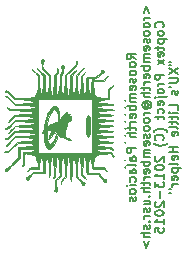
<source format=gbo>
%FSLAX34Y34*%
G04 Gerber Fmt 3.4, Leading zero omitted, Abs format*
G04 (created by PCBNEW (2014-jan-25)-product) date dom 15 jun 2014 08:51:59 CST*
%MOIN*%
G01*
G70*
G90*
G04 APERTURE LIST*
%ADD10C,0.005906*%
%ADD11C,0.005000*%
%ADD12C,0.000100*%
G04 APERTURE END LIST*
G54D10*
G54D11*
X88030Y-27221D02*
X87887Y-27121D01*
X88030Y-27049D02*
X87730Y-27049D01*
X87730Y-27164D01*
X87745Y-27192D01*
X87759Y-27207D01*
X87787Y-27221D01*
X87830Y-27221D01*
X87859Y-27207D01*
X87873Y-27192D01*
X87887Y-27164D01*
X87887Y-27049D01*
X88030Y-27392D02*
X88016Y-27364D01*
X88002Y-27349D01*
X87973Y-27335D01*
X87887Y-27335D01*
X87859Y-27349D01*
X87845Y-27364D01*
X87830Y-27392D01*
X87830Y-27435D01*
X87845Y-27464D01*
X87859Y-27478D01*
X87887Y-27492D01*
X87973Y-27492D01*
X88002Y-27478D01*
X88016Y-27464D01*
X88030Y-27435D01*
X88030Y-27392D01*
X88030Y-27664D02*
X88016Y-27635D01*
X88002Y-27621D01*
X87973Y-27607D01*
X87887Y-27607D01*
X87859Y-27621D01*
X87845Y-27635D01*
X87830Y-27664D01*
X87830Y-27707D01*
X87845Y-27735D01*
X87859Y-27749D01*
X87887Y-27764D01*
X87973Y-27764D01*
X88002Y-27749D01*
X88016Y-27735D01*
X88030Y-27707D01*
X88030Y-27664D01*
X88016Y-27878D02*
X88030Y-27907D01*
X88030Y-27964D01*
X88016Y-27992D01*
X87987Y-28007D01*
X87973Y-28007D01*
X87945Y-27992D01*
X87930Y-27964D01*
X87930Y-27921D01*
X87916Y-27892D01*
X87887Y-27878D01*
X87873Y-27878D01*
X87845Y-27892D01*
X87830Y-27921D01*
X87830Y-27964D01*
X87845Y-27992D01*
X88016Y-28249D02*
X88030Y-28221D01*
X88030Y-28164D01*
X88016Y-28135D01*
X87987Y-28121D01*
X87873Y-28121D01*
X87845Y-28135D01*
X87830Y-28164D01*
X87830Y-28221D01*
X87845Y-28249D01*
X87873Y-28264D01*
X87902Y-28264D01*
X87930Y-28121D01*
X88030Y-28392D02*
X87830Y-28392D01*
X87859Y-28392D02*
X87845Y-28407D01*
X87830Y-28435D01*
X87830Y-28478D01*
X87845Y-28507D01*
X87873Y-28521D01*
X88030Y-28521D01*
X87873Y-28521D02*
X87845Y-28535D01*
X87830Y-28564D01*
X87830Y-28607D01*
X87845Y-28635D01*
X87873Y-28649D01*
X88030Y-28649D01*
X88030Y-28792D02*
X87730Y-28792D01*
X87845Y-28792D02*
X87830Y-28821D01*
X87830Y-28878D01*
X87845Y-28907D01*
X87859Y-28921D01*
X87887Y-28935D01*
X87973Y-28935D01*
X88002Y-28921D01*
X88016Y-28907D01*
X88030Y-28878D01*
X88030Y-28821D01*
X88016Y-28792D01*
X88016Y-29178D02*
X88030Y-29150D01*
X88030Y-29092D01*
X88016Y-29064D01*
X87987Y-29050D01*
X87873Y-29050D01*
X87845Y-29064D01*
X87830Y-29092D01*
X87830Y-29150D01*
X87845Y-29178D01*
X87873Y-29192D01*
X87902Y-29192D01*
X87930Y-29050D01*
X88030Y-29321D02*
X87830Y-29321D01*
X87887Y-29321D02*
X87859Y-29335D01*
X87845Y-29350D01*
X87830Y-29378D01*
X87830Y-29407D01*
X87830Y-29464D02*
X87830Y-29578D01*
X87730Y-29507D02*
X87987Y-29507D01*
X88016Y-29521D01*
X88030Y-29550D01*
X88030Y-29578D01*
X88030Y-29678D02*
X87730Y-29678D01*
X88030Y-29807D02*
X87873Y-29807D01*
X87845Y-29792D01*
X87830Y-29764D01*
X87830Y-29721D01*
X87845Y-29692D01*
X87859Y-29678D01*
X88030Y-30178D02*
X87730Y-30178D01*
X87730Y-30292D01*
X87745Y-30321D01*
X87759Y-30335D01*
X87787Y-30350D01*
X87830Y-30350D01*
X87859Y-30335D01*
X87873Y-30321D01*
X87887Y-30292D01*
X87887Y-30178D01*
X88030Y-30607D02*
X87873Y-30607D01*
X87845Y-30592D01*
X87830Y-30564D01*
X87830Y-30507D01*
X87845Y-30478D01*
X88016Y-30607D02*
X88030Y-30578D01*
X88030Y-30507D01*
X88016Y-30478D01*
X87987Y-30464D01*
X87959Y-30464D01*
X87930Y-30478D01*
X87916Y-30507D01*
X87916Y-30578D01*
X87902Y-30607D01*
X88030Y-30792D02*
X88016Y-30764D01*
X87987Y-30750D01*
X87730Y-30750D01*
X88030Y-31035D02*
X87873Y-31035D01*
X87845Y-31021D01*
X87830Y-30992D01*
X87830Y-30935D01*
X87845Y-30907D01*
X88016Y-31035D02*
X88030Y-31007D01*
X88030Y-30935D01*
X88016Y-30907D01*
X87987Y-30892D01*
X87959Y-30892D01*
X87930Y-30907D01*
X87916Y-30935D01*
X87916Y-31007D01*
X87902Y-31035D01*
X88016Y-31307D02*
X88030Y-31278D01*
X88030Y-31221D01*
X88016Y-31192D01*
X88002Y-31178D01*
X87973Y-31164D01*
X87887Y-31164D01*
X87859Y-31178D01*
X87845Y-31192D01*
X87830Y-31221D01*
X87830Y-31278D01*
X87845Y-31307D01*
X88030Y-31435D02*
X87830Y-31435D01*
X87730Y-31435D02*
X87745Y-31421D01*
X87759Y-31435D01*
X87745Y-31450D01*
X87730Y-31435D01*
X87759Y-31435D01*
X88030Y-31621D02*
X88016Y-31592D01*
X88002Y-31578D01*
X87973Y-31564D01*
X87887Y-31564D01*
X87859Y-31578D01*
X87845Y-31592D01*
X87830Y-31621D01*
X87830Y-31664D01*
X87845Y-31692D01*
X87859Y-31707D01*
X87887Y-31721D01*
X87973Y-31721D01*
X88002Y-31707D01*
X88016Y-31692D01*
X88030Y-31664D01*
X88030Y-31621D01*
X88016Y-31835D02*
X88030Y-31864D01*
X88030Y-31921D01*
X88016Y-31950D01*
X87987Y-31964D01*
X87973Y-31964D01*
X87945Y-31950D01*
X87930Y-31921D01*
X87930Y-31878D01*
X87916Y-31850D01*
X87887Y-31835D01*
X87873Y-31835D01*
X87845Y-31850D01*
X87830Y-31878D01*
X87830Y-31921D01*
X87845Y-31950D01*
X88300Y-25699D02*
X88386Y-25471D01*
X88472Y-25699D01*
X88500Y-25842D02*
X88300Y-25842D01*
X88357Y-25842D02*
X88329Y-25857D01*
X88315Y-25871D01*
X88300Y-25899D01*
X88300Y-25928D01*
X88500Y-26071D02*
X88486Y-26042D01*
X88472Y-26028D01*
X88443Y-26014D01*
X88357Y-26014D01*
X88329Y-26028D01*
X88315Y-26042D01*
X88300Y-26071D01*
X88300Y-26114D01*
X88315Y-26142D01*
X88329Y-26157D01*
X88357Y-26171D01*
X88443Y-26171D01*
X88472Y-26157D01*
X88486Y-26142D01*
X88500Y-26114D01*
X88500Y-26071D01*
X88500Y-26342D02*
X88486Y-26314D01*
X88472Y-26299D01*
X88443Y-26285D01*
X88357Y-26285D01*
X88329Y-26299D01*
X88315Y-26314D01*
X88300Y-26342D01*
X88300Y-26385D01*
X88315Y-26414D01*
X88329Y-26428D01*
X88357Y-26442D01*
X88443Y-26442D01*
X88472Y-26428D01*
X88486Y-26414D01*
X88500Y-26385D01*
X88500Y-26342D01*
X88486Y-26557D02*
X88500Y-26585D01*
X88500Y-26642D01*
X88486Y-26671D01*
X88457Y-26685D01*
X88443Y-26685D01*
X88415Y-26671D01*
X88400Y-26642D01*
X88400Y-26599D01*
X88386Y-26571D01*
X88357Y-26557D01*
X88343Y-26557D01*
X88315Y-26571D01*
X88300Y-26599D01*
X88300Y-26642D01*
X88315Y-26671D01*
X88486Y-26928D02*
X88500Y-26899D01*
X88500Y-26842D01*
X88486Y-26814D01*
X88457Y-26799D01*
X88343Y-26799D01*
X88315Y-26814D01*
X88300Y-26842D01*
X88300Y-26899D01*
X88315Y-26928D01*
X88343Y-26942D01*
X88372Y-26942D01*
X88400Y-26799D01*
X88500Y-27071D02*
X88300Y-27071D01*
X88329Y-27071D02*
X88315Y-27085D01*
X88300Y-27114D01*
X88300Y-27157D01*
X88315Y-27185D01*
X88343Y-27199D01*
X88500Y-27199D01*
X88343Y-27199D02*
X88315Y-27214D01*
X88300Y-27242D01*
X88300Y-27285D01*
X88315Y-27314D01*
X88343Y-27328D01*
X88500Y-27328D01*
X88500Y-27471D02*
X88200Y-27471D01*
X88315Y-27471D02*
X88300Y-27499D01*
X88300Y-27557D01*
X88315Y-27585D01*
X88329Y-27599D01*
X88357Y-27614D01*
X88443Y-27614D01*
X88472Y-27599D01*
X88486Y-27585D01*
X88500Y-27557D01*
X88500Y-27499D01*
X88486Y-27471D01*
X88486Y-27857D02*
X88500Y-27828D01*
X88500Y-27771D01*
X88486Y-27742D01*
X88457Y-27728D01*
X88343Y-27728D01*
X88315Y-27742D01*
X88300Y-27771D01*
X88300Y-27828D01*
X88315Y-27857D01*
X88343Y-27871D01*
X88372Y-27871D01*
X88400Y-27728D01*
X88500Y-28000D02*
X88300Y-28000D01*
X88357Y-28000D02*
X88329Y-28014D01*
X88315Y-28028D01*
X88300Y-28057D01*
X88300Y-28085D01*
X88300Y-28142D02*
X88300Y-28257D01*
X88200Y-28185D02*
X88457Y-28185D01*
X88486Y-28199D01*
X88500Y-28228D01*
X88500Y-28257D01*
X88500Y-28357D02*
X88200Y-28357D01*
X88500Y-28485D02*
X88343Y-28485D01*
X88315Y-28471D01*
X88300Y-28442D01*
X88300Y-28400D01*
X88315Y-28371D01*
X88329Y-28357D01*
X88357Y-28814D02*
X88343Y-28800D01*
X88329Y-28771D01*
X88329Y-28742D01*
X88343Y-28714D01*
X88357Y-28700D01*
X88386Y-28685D01*
X88415Y-28685D01*
X88443Y-28700D01*
X88457Y-28714D01*
X88472Y-28742D01*
X88472Y-28771D01*
X88457Y-28800D01*
X88443Y-28814D01*
X88329Y-28814D02*
X88443Y-28814D01*
X88457Y-28828D01*
X88457Y-28842D01*
X88443Y-28871D01*
X88415Y-28885D01*
X88343Y-28885D01*
X88300Y-28857D01*
X88272Y-28814D01*
X88257Y-28757D01*
X88272Y-28700D01*
X88300Y-28657D01*
X88343Y-28628D01*
X88400Y-28614D01*
X88457Y-28628D01*
X88500Y-28657D01*
X88529Y-28700D01*
X88543Y-28757D01*
X88529Y-28814D01*
X88500Y-28857D01*
X88500Y-29014D02*
X88300Y-29014D01*
X88357Y-29014D02*
X88329Y-29028D01*
X88315Y-29042D01*
X88300Y-29071D01*
X88300Y-29100D01*
X88500Y-29242D02*
X88486Y-29214D01*
X88472Y-29200D01*
X88443Y-29185D01*
X88357Y-29185D01*
X88329Y-29200D01*
X88315Y-29214D01*
X88300Y-29242D01*
X88300Y-29285D01*
X88315Y-29314D01*
X88329Y-29328D01*
X88357Y-29342D01*
X88443Y-29342D01*
X88472Y-29328D01*
X88486Y-29314D01*
X88500Y-29285D01*
X88500Y-29242D01*
X88500Y-29514D02*
X88486Y-29485D01*
X88472Y-29471D01*
X88443Y-29457D01*
X88357Y-29457D01*
X88329Y-29471D01*
X88315Y-29485D01*
X88300Y-29514D01*
X88300Y-29557D01*
X88315Y-29585D01*
X88329Y-29600D01*
X88357Y-29614D01*
X88443Y-29614D01*
X88472Y-29600D01*
X88486Y-29585D01*
X88500Y-29557D01*
X88500Y-29514D01*
X88486Y-29728D02*
X88500Y-29757D01*
X88500Y-29814D01*
X88486Y-29842D01*
X88457Y-29857D01*
X88443Y-29857D01*
X88415Y-29842D01*
X88400Y-29814D01*
X88400Y-29771D01*
X88386Y-29742D01*
X88357Y-29728D01*
X88343Y-29728D01*
X88315Y-29742D01*
X88300Y-29771D01*
X88300Y-29814D01*
X88315Y-29842D01*
X88486Y-30100D02*
X88500Y-30071D01*
X88500Y-30014D01*
X88486Y-29985D01*
X88457Y-29971D01*
X88343Y-29971D01*
X88315Y-29985D01*
X88300Y-30014D01*
X88300Y-30071D01*
X88315Y-30100D01*
X88343Y-30114D01*
X88372Y-30114D01*
X88400Y-29971D01*
X88500Y-30242D02*
X88300Y-30242D01*
X88329Y-30242D02*
X88315Y-30257D01*
X88300Y-30285D01*
X88300Y-30328D01*
X88315Y-30357D01*
X88343Y-30371D01*
X88500Y-30371D01*
X88343Y-30371D02*
X88315Y-30385D01*
X88300Y-30414D01*
X88300Y-30457D01*
X88315Y-30485D01*
X88343Y-30500D01*
X88500Y-30500D01*
X88500Y-30642D02*
X88200Y-30642D01*
X88315Y-30642D02*
X88300Y-30671D01*
X88300Y-30728D01*
X88315Y-30757D01*
X88329Y-30771D01*
X88357Y-30785D01*
X88443Y-30785D01*
X88472Y-30771D01*
X88486Y-30757D01*
X88500Y-30728D01*
X88500Y-30671D01*
X88486Y-30642D01*
X88486Y-31028D02*
X88500Y-31000D01*
X88500Y-30942D01*
X88486Y-30914D01*
X88457Y-30900D01*
X88343Y-30900D01*
X88315Y-30914D01*
X88300Y-30942D01*
X88300Y-31000D01*
X88315Y-31028D01*
X88343Y-31042D01*
X88372Y-31042D01*
X88400Y-30900D01*
X88500Y-31171D02*
X88300Y-31171D01*
X88357Y-31171D02*
X88329Y-31185D01*
X88315Y-31200D01*
X88300Y-31228D01*
X88300Y-31257D01*
X88300Y-31314D02*
X88300Y-31428D01*
X88200Y-31357D02*
X88457Y-31357D01*
X88486Y-31371D01*
X88500Y-31400D01*
X88500Y-31428D01*
X88500Y-31528D02*
X88200Y-31528D01*
X88500Y-31657D02*
X88343Y-31657D01*
X88315Y-31642D01*
X88300Y-31614D01*
X88300Y-31571D01*
X88315Y-31542D01*
X88329Y-31528D01*
X88472Y-31800D02*
X88486Y-31814D01*
X88500Y-31800D01*
X88486Y-31785D01*
X88472Y-31800D01*
X88500Y-31800D01*
X88300Y-32071D02*
X88500Y-32071D01*
X88300Y-31942D02*
X88457Y-31942D01*
X88486Y-31957D01*
X88500Y-31985D01*
X88500Y-32028D01*
X88486Y-32057D01*
X88472Y-32071D01*
X88486Y-32200D02*
X88500Y-32228D01*
X88500Y-32285D01*
X88486Y-32314D01*
X88457Y-32328D01*
X88443Y-32328D01*
X88415Y-32314D01*
X88400Y-32285D01*
X88400Y-32242D01*
X88386Y-32214D01*
X88357Y-32200D01*
X88343Y-32200D01*
X88315Y-32214D01*
X88300Y-32242D01*
X88300Y-32285D01*
X88315Y-32314D01*
X88500Y-32457D02*
X88300Y-32457D01*
X88357Y-32457D02*
X88329Y-32471D01*
X88315Y-32485D01*
X88300Y-32514D01*
X88300Y-32542D01*
X88472Y-32642D02*
X88486Y-32657D01*
X88500Y-32642D01*
X88486Y-32628D01*
X88472Y-32642D01*
X88500Y-32642D01*
X88486Y-32771D02*
X88500Y-32800D01*
X88500Y-32857D01*
X88486Y-32885D01*
X88457Y-32900D01*
X88443Y-32900D01*
X88415Y-32885D01*
X88400Y-32857D01*
X88400Y-32814D01*
X88386Y-32785D01*
X88357Y-32771D01*
X88343Y-32771D01*
X88315Y-32785D01*
X88300Y-32814D01*
X88300Y-32857D01*
X88315Y-32885D01*
X88500Y-33028D02*
X88200Y-33028D01*
X88500Y-33157D02*
X88343Y-33157D01*
X88315Y-33142D01*
X88300Y-33114D01*
X88300Y-33071D01*
X88315Y-33042D01*
X88329Y-33028D01*
X88300Y-33300D02*
X88386Y-33528D01*
X88472Y-33300D01*
X88942Y-26171D02*
X88956Y-26157D01*
X88970Y-26114D01*
X88970Y-26085D01*
X88956Y-26042D01*
X88927Y-26014D01*
X88899Y-26000D01*
X88842Y-25985D01*
X88799Y-25985D01*
X88742Y-26000D01*
X88713Y-26014D01*
X88685Y-26042D01*
X88670Y-26085D01*
X88670Y-26114D01*
X88685Y-26157D01*
X88699Y-26171D01*
X88970Y-26342D02*
X88956Y-26314D01*
X88942Y-26300D01*
X88913Y-26285D01*
X88827Y-26285D01*
X88799Y-26300D01*
X88785Y-26314D01*
X88770Y-26342D01*
X88770Y-26385D01*
X88785Y-26414D01*
X88799Y-26428D01*
X88827Y-26442D01*
X88913Y-26442D01*
X88942Y-26428D01*
X88956Y-26414D01*
X88970Y-26385D01*
X88970Y-26342D01*
X88770Y-26571D02*
X89070Y-26571D01*
X88785Y-26571D02*
X88770Y-26600D01*
X88770Y-26657D01*
X88785Y-26685D01*
X88799Y-26700D01*
X88827Y-26714D01*
X88913Y-26714D01*
X88942Y-26700D01*
X88956Y-26685D01*
X88970Y-26657D01*
X88970Y-26600D01*
X88956Y-26571D01*
X88770Y-26800D02*
X88770Y-26914D01*
X88670Y-26842D02*
X88927Y-26842D01*
X88956Y-26857D01*
X88970Y-26885D01*
X88970Y-26914D01*
X88956Y-27128D02*
X88970Y-27100D01*
X88970Y-27042D01*
X88956Y-27014D01*
X88927Y-27000D01*
X88813Y-27000D01*
X88785Y-27014D01*
X88770Y-27042D01*
X88770Y-27100D01*
X88785Y-27128D01*
X88813Y-27142D01*
X88842Y-27142D01*
X88870Y-27000D01*
X88970Y-27242D02*
X88770Y-27400D01*
X88770Y-27242D02*
X88970Y-27400D01*
X88970Y-27742D02*
X88670Y-27742D01*
X88670Y-27857D01*
X88685Y-27885D01*
X88699Y-27900D01*
X88727Y-27914D01*
X88770Y-27914D01*
X88799Y-27900D01*
X88813Y-27885D01*
X88827Y-27857D01*
X88827Y-27742D01*
X88970Y-28042D02*
X88770Y-28042D01*
X88827Y-28042D02*
X88799Y-28057D01*
X88785Y-28071D01*
X88770Y-28100D01*
X88770Y-28128D01*
X88970Y-28271D02*
X88956Y-28242D01*
X88942Y-28228D01*
X88913Y-28214D01*
X88827Y-28214D01*
X88799Y-28228D01*
X88785Y-28242D01*
X88770Y-28271D01*
X88770Y-28314D01*
X88785Y-28342D01*
X88799Y-28357D01*
X88827Y-28371D01*
X88913Y-28371D01*
X88942Y-28357D01*
X88956Y-28342D01*
X88970Y-28314D01*
X88970Y-28271D01*
X88770Y-28500D02*
X89027Y-28500D01*
X89056Y-28485D01*
X89070Y-28457D01*
X89070Y-28442D01*
X88670Y-28500D02*
X88685Y-28485D01*
X88699Y-28500D01*
X88685Y-28514D01*
X88670Y-28500D01*
X88699Y-28500D01*
X88956Y-28757D02*
X88970Y-28728D01*
X88970Y-28671D01*
X88956Y-28642D01*
X88927Y-28628D01*
X88813Y-28628D01*
X88785Y-28642D01*
X88770Y-28671D01*
X88770Y-28728D01*
X88785Y-28757D01*
X88813Y-28771D01*
X88842Y-28771D01*
X88870Y-28628D01*
X88956Y-29028D02*
X88970Y-29000D01*
X88970Y-28942D01*
X88956Y-28914D01*
X88942Y-28900D01*
X88913Y-28885D01*
X88827Y-28885D01*
X88799Y-28900D01*
X88785Y-28914D01*
X88770Y-28942D01*
X88770Y-29000D01*
X88785Y-29028D01*
X88770Y-29114D02*
X88770Y-29228D01*
X88670Y-29157D02*
X88927Y-29157D01*
X88956Y-29171D01*
X88970Y-29200D01*
X88970Y-29228D01*
X89085Y-29642D02*
X89070Y-29628D01*
X89027Y-29600D01*
X88999Y-29585D01*
X88956Y-29571D01*
X88885Y-29557D01*
X88827Y-29557D01*
X88756Y-29571D01*
X88713Y-29585D01*
X88685Y-29600D01*
X88642Y-29628D01*
X88627Y-29642D01*
X88942Y-29928D02*
X88956Y-29914D01*
X88970Y-29871D01*
X88970Y-29842D01*
X88956Y-29800D01*
X88927Y-29771D01*
X88899Y-29757D01*
X88842Y-29742D01*
X88799Y-29742D01*
X88742Y-29757D01*
X88713Y-29771D01*
X88685Y-29800D01*
X88670Y-29842D01*
X88670Y-29871D01*
X88685Y-29914D01*
X88699Y-29928D01*
X89085Y-30028D02*
X89070Y-30042D01*
X89027Y-30071D01*
X88999Y-30085D01*
X88956Y-30100D01*
X88885Y-30114D01*
X88827Y-30114D01*
X88756Y-30100D01*
X88713Y-30085D01*
X88685Y-30071D01*
X88642Y-30042D01*
X88627Y-30028D01*
X88699Y-30471D02*
X88685Y-30485D01*
X88670Y-30514D01*
X88670Y-30585D01*
X88685Y-30614D01*
X88699Y-30628D01*
X88727Y-30642D01*
X88756Y-30642D01*
X88799Y-30628D01*
X88970Y-30457D01*
X88970Y-30642D01*
X88670Y-30828D02*
X88670Y-30857D01*
X88685Y-30885D01*
X88699Y-30900D01*
X88727Y-30914D01*
X88785Y-30928D01*
X88856Y-30928D01*
X88913Y-30914D01*
X88942Y-30900D01*
X88956Y-30885D01*
X88970Y-30857D01*
X88970Y-30828D01*
X88956Y-30800D01*
X88942Y-30785D01*
X88913Y-30771D01*
X88856Y-30757D01*
X88785Y-30757D01*
X88727Y-30771D01*
X88699Y-30785D01*
X88685Y-30800D01*
X88670Y-30828D01*
X88970Y-31214D02*
X88970Y-31042D01*
X88970Y-31128D02*
X88670Y-31128D01*
X88713Y-31100D01*
X88742Y-31071D01*
X88756Y-31042D01*
X88670Y-31314D02*
X88670Y-31500D01*
X88785Y-31400D01*
X88785Y-31442D01*
X88799Y-31471D01*
X88813Y-31485D01*
X88842Y-31500D01*
X88913Y-31500D01*
X88942Y-31485D01*
X88956Y-31471D01*
X88970Y-31442D01*
X88970Y-31357D01*
X88956Y-31328D01*
X88942Y-31314D01*
X88856Y-31628D02*
X88856Y-31857D01*
X88699Y-31985D02*
X88685Y-32000D01*
X88670Y-32028D01*
X88670Y-32100D01*
X88685Y-32128D01*
X88699Y-32142D01*
X88727Y-32157D01*
X88756Y-32157D01*
X88799Y-32142D01*
X88970Y-31971D01*
X88970Y-32157D01*
X88670Y-32342D02*
X88670Y-32371D01*
X88685Y-32400D01*
X88699Y-32414D01*
X88727Y-32428D01*
X88785Y-32442D01*
X88856Y-32442D01*
X88913Y-32428D01*
X88942Y-32414D01*
X88956Y-32400D01*
X88970Y-32371D01*
X88970Y-32342D01*
X88956Y-32314D01*
X88942Y-32300D01*
X88913Y-32285D01*
X88856Y-32271D01*
X88785Y-32271D01*
X88727Y-32285D01*
X88699Y-32300D01*
X88685Y-32314D01*
X88670Y-32342D01*
X88970Y-32728D02*
X88970Y-32557D01*
X88970Y-32642D02*
X88670Y-32642D01*
X88713Y-32614D01*
X88742Y-32585D01*
X88756Y-32557D01*
X88670Y-33000D02*
X88670Y-32857D01*
X88813Y-32842D01*
X88799Y-32857D01*
X88785Y-32885D01*
X88785Y-32957D01*
X88799Y-32985D01*
X88813Y-33000D01*
X88842Y-33014D01*
X88913Y-33014D01*
X88942Y-33000D01*
X88956Y-32985D01*
X88970Y-32957D01*
X88970Y-32885D01*
X88956Y-32857D01*
X88942Y-32842D01*
X89140Y-27314D02*
X89197Y-27314D01*
X89140Y-27428D02*
X89197Y-27428D01*
X89140Y-27528D02*
X89440Y-27728D01*
X89140Y-27728D02*
X89440Y-27528D01*
X89140Y-27842D02*
X89383Y-27842D01*
X89412Y-27857D01*
X89426Y-27871D01*
X89440Y-27899D01*
X89440Y-27957D01*
X89426Y-27985D01*
X89412Y-27999D01*
X89383Y-28014D01*
X89140Y-28014D01*
X89140Y-28171D02*
X89197Y-28142D01*
X89426Y-28285D02*
X89440Y-28314D01*
X89440Y-28371D01*
X89426Y-28400D01*
X89397Y-28414D01*
X89383Y-28414D01*
X89355Y-28400D01*
X89340Y-28371D01*
X89340Y-28328D01*
X89326Y-28300D01*
X89297Y-28285D01*
X89283Y-28285D01*
X89255Y-28300D01*
X89240Y-28328D01*
X89240Y-28371D01*
X89255Y-28400D01*
X89440Y-28914D02*
X89440Y-28771D01*
X89140Y-28771D01*
X89440Y-29014D02*
X89240Y-29014D01*
X89140Y-29014D02*
X89155Y-28999D01*
X89169Y-29014D01*
X89155Y-29028D01*
X89140Y-29014D01*
X89169Y-29014D01*
X89240Y-29114D02*
X89240Y-29228D01*
X89140Y-29157D02*
X89397Y-29157D01*
X89426Y-29171D01*
X89440Y-29199D01*
X89440Y-29228D01*
X89240Y-29285D02*
X89240Y-29399D01*
X89140Y-29328D02*
X89397Y-29328D01*
X89426Y-29342D01*
X89440Y-29371D01*
X89440Y-29399D01*
X89440Y-29542D02*
X89426Y-29514D01*
X89397Y-29500D01*
X89140Y-29500D01*
X89426Y-29771D02*
X89440Y-29742D01*
X89440Y-29685D01*
X89426Y-29657D01*
X89397Y-29642D01*
X89283Y-29642D01*
X89255Y-29657D01*
X89240Y-29685D01*
X89240Y-29742D01*
X89255Y-29771D01*
X89283Y-29785D01*
X89312Y-29785D01*
X89340Y-29642D01*
X89440Y-30142D02*
X89140Y-30142D01*
X89283Y-30142D02*
X89283Y-30314D01*
X89440Y-30314D02*
X89140Y-30314D01*
X89426Y-30571D02*
X89440Y-30542D01*
X89440Y-30485D01*
X89426Y-30457D01*
X89397Y-30442D01*
X89283Y-30442D01*
X89255Y-30457D01*
X89240Y-30485D01*
X89240Y-30542D01*
X89255Y-30571D01*
X89283Y-30585D01*
X89312Y-30585D01*
X89340Y-30442D01*
X89440Y-30757D02*
X89426Y-30728D01*
X89397Y-30714D01*
X89140Y-30714D01*
X89240Y-30871D02*
X89540Y-30871D01*
X89255Y-30871D02*
X89240Y-30900D01*
X89240Y-30957D01*
X89255Y-30985D01*
X89269Y-31000D01*
X89297Y-31014D01*
X89383Y-31014D01*
X89412Y-31000D01*
X89426Y-30985D01*
X89440Y-30957D01*
X89440Y-30900D01*
X89426Y-30871D01*
X89426Y-31257D02*
X89440Y-31228D01*
X89440Y-31171D01*
X89426Y-31142D01*
X89397Y-31128D01*
X89283Y-31128D01*
X89255Y-31142D01*
X89240Y-31171D01*
X89240Y-31228D01*
X89255Y-31257D01*
X89283Y-31271D01*
X89312Y-31271D01*
X89340Y-31128D01*
X89440Y-31400D02*
X89240Y-31400D01*
X89297Y-31400D02*
X89269Y-31414D01*
X89255Y-31428D01*
X89240Y-31457D01*
X89240Y-31485D01*
X89140Y-31571D02*
X89197Y-31571D01*
X89140Y-31685D02*
X89197Y-31685D01*
G54D12*
G36*
X87666Y-30801D02*
X87667Y-30824D01*
X87667Y-30828D01*
X87666Y-30851D01*
X87661Y-30849D01*
X87660Y-30846D01*
X87657Y-30814D01*
X87660Y-30801D01*
X87666Y-30801D01*
X87666Y-30801D01*
X87666Y-30801D01*
G37*
X87666Y-30801D02*
X87667Y-30824D01*
X87667Y-30828D01*
X87666Y-30851D01*
X87661Y-30849D01*
X87660Y-30846D01*
X87657Y-30814D01*
X87660Y-30801D01*
X87666Y-30801D01*
X87666Y-30801D01*
G36*
X87663Y-30580D02*
X87670Y-30588D01*
X87663Y-30595D01*
X87656Y-30588D01*
X87663Y-30580D01*
X87663Y-30580D01*
X87663Y-30580D01*
G37*
X87663Y-30580D02*
X87670Y-30588D01*
X87663Y-30595D01*
X87656Y-30588D01*
X87663Y-30580D01*
X87663Y-30580D01*
G36*
X87660Y-29985D02*
X87669Y-29988D01*
X87670Y-29995D01*
X87665Y-30008D01*
X87660Y-30005D01*
X87658Y-29988D01*
X87660Y-29985D01*
X87660Y-29985D01*
X87660Y-29985D01*
G37*
X87660Y-29985D02*
X87669Y-29988D01*
X87670Y-29995D01*
X87665Y-30008D01*
X87660Y-30005D01*
X87658Y-29988D01*
X87660Y-29985D01*
X87660Y-29985D01*
G36*
X87661Y-29745D02*
X87668Y-29748D01*
X87669Y-29764D01*
X87666Y-29780D01*
X87660Y-29773D01*
X87658Y-29749D01*
X87661Y-29745D01*
X87661Y-29745D01*
X87661Y-29745D01*
G37*
X87661Y-29745D02*
X87668Y-29748D01*
X87669Y-29764D01*
X87666Y-29780D01*
X87660Y-29773D01*
X87658Y-29749D01*
X87661Y-29745D01*
X87661Y-29745D01*
G36*
X87661Y-29520D02*
X87668Y-29523D01*
X87669Y-29539D01*
X87666Y-29555D01*
X87660Y-29548D01*
X87658Y-29524D01*
X87661Y-29520D01*
X87661Y-29520D01*
X87661Y-29520D01*
G37*
X87661Y-29520D02*
X87668Y-29523D01*
X87669Y-29539D01*
X87666Y-29555D01*
X87660Y-29548D01*
X87658Y-29524D01*
X87661Y-29520D01*
X87661Y-29520D01*
G36*
X87666Y-29284D02*
X87668Y-29305D01*
X87666Y-29326D01*
X87660Y-29324D01*
X87658Y-29293D01*
X87660Y-29286D01*
X87666Y-29284D01*
X87666Y-29284D01*
X87666Y-29284D01*
G37*
X87666Y-29284D02*
X87668Y-29305D01*
X87666Y-29326D01*
X87660Y-29324D01*
X87658Y-29293D01*
X87660Y-29286D01*
X87666Y-29284D01*
X87666Y-29284D01*
G36*
X87661Y-29054D02*
X87668Y-29058D01*
X87669Y-29073D01*
X87666Y-29090D01*
X87660Y-29082D01*
X87658Y-29059D01*
X87661Y-29054D01*
X87661Y-29054D01*
X87661Y-29054D01*
G37*
X87661Y-29054D02*
X87668Y-29058D01*
X87669Y-29073D01*
X87666Y-29090D01*
X87660Y-29082D01*
X87658Y-29059D01*
X87661Y-29054D01*
X87661Y-29054D01*
G36*
X87660Y-28829D02*
X87669Y-28832D01*
X87670Y-28839D01*
X87665Y-28852D01*
X87660Y-28850D01*
X87658Y-28832D01*
X87660Y-28829D01*
X87660Y-28829D01*
X87660Y-28829D01*
G37*
X87660Y-28829D02*
X87669Y-28832D01*
X87670Y-28839D01*
X87665Y-28852D01*
X87660Y-28850D01*
X87658Y-28832D01*
X87660Y-28829D01*
X87660Y-28829D01*
G36*
X87661Y-28589D02*
X87668Y-28594D01*
X87669Y-28609D01*
X87666Y-28624D01*
X87660Y-28618D01*
X87658Y-28595D01*
X87661Y-28589D01*
X87661Y-28589D01*
X87661Y-28589D01*
G37*
X87661Y-28589D02*
X87668Y-28594D01*
X87669Y-28609D01*
X87666Y-28624D01*
X87660Y-28618D01*
X87658Y-28595D01*
X87661Y-28589D01*
X87661Y-28589D01*
G36*
X84904Y-27225D02*
X84938Y-27230D01*
X84953Y-27241D01*
X84959Y-27250D01*
X84918Y-27250D01*
X84897Y-27262D01*
X84895Y-27272D01*
X84907Y-27292D01*
X84918Y-27295D01*
X84938Y-27282D01*
X84940Y-27272D01*
X84928Y-27253D01*
X84918Y-27250D01*
X84959Y-27250D01*
X84968Y-27261D01*
X84967Y-27280D01*
X84951Y-27311D01*
X84933Y-27362D01*
X84925Y-27425D01*
X84925Y-27434D01*
X84926Y-27469D01*
X84930Y-27496D01*
X84942Y-27521D01*
X84965Y-27551D01*
X85004Y-27591D01*
X85044Y-27632D01*
X85163Y-27752D01*
X85172Y-27947D01*
X85178Y-28075D01*
X85184Y-28175D01*
X85190Y-28250D01*
X85198Y-28300D01*
X85205Y-28329D01*
X85211Y-28338D01*
X85222Y-28358D01*
X85225Y-28383D01*
X85232Y-28412D01*
X85245Y-28420D01*
X85260Y-28406D01*
X85272Y-28364D01*
X85283Y-28299D01*
X85292Y-28215D01*
X85298Y-28113D01*
X85301Y-27997D01*
X85301Y-27983D01*
X85303Y-27777D01*
X85354Y-27729D01*
X85384Y-27695D01*
X85399Y-27666D01*
X85405Y-27624D01*
X85405Y-27596D01*
X85406Y-27549D01*
X85412Y-27530D01*
X85420Y-27534D01*
X85429Y-27563D01*
X85434Y-27607D01*
X85434Y-27626D01*
X85430Y-27677D01*
X85414Y-27712D01*
X85397Y-27730D01*
X85382Y-27745D01*
X85372Y-27761D01*
X85366Y-27785D01*
X85361Y-27819D01*
X85361Y-27872D01*
X85360Y-27947D01*
X85360Y-27976D01*
X85361Y-28102D01*
X85368Y-28210D01*
X85377Y-28298D01*
X85388Y-28365D01*
X85404Y-28406D01*
X85421Y-28420D01*
X85442Y-28411D01*
X85445Y-28401D01*
X85448Y-28366D01*
X85457Y-28316D01*
X85469Y-28268D01*
X85480Y-28236D01*
X85486Y-28213D01*
X85490Y-28165D01*
X85493Y-28100D01*
X85495Y-28021D01*
X85495Y-27980D01*
X85495Y-27893D01*
X85496Y-27830D01*
X85498Y-27786D01*
X85504Y-27758D01*
X85511Y-27739D01*
X85523Y-27724D01*
X85532Y-27715D01*
X85559Y-27681D01*
X85569Y-27638D01*
X85569Y-27614D01*
X85565Y-27568D01*
X85553Y-27533D01*
X85549Y-27526D01*
X85534Y-27495D01*
X85542Y-27461D01*
X85570Y-27437D01*
X85572Y-27436D01*
X85609Y-27437D01*
X85634Y-27458D01*
X85636Y-27465D01*
X85576Y-27465D01*
X85560Y-27480D01*
X85562Y-27502D01*
X85566Y-27506D01*
X85589Y-27515D01*
X85611Y-27504D01*
X85615Y-27489D01*
X85605Y-27470D01*
X85598Y-27467D01*
X85576Y-27465D01*
X85636Y-27465D01*
X85644Y-27489D01*
X85634Y-27523D01*
X85623Y-27534D01*
X85606Y-27566D01*
X85600Y-27622D01*
X85600Y-27630D01*
X85595Y-27685D01*
X85580Y-27723D01*
X85566Y-27741D01*
X85552Y-27758D01*
X85543Y-27776D01*
X85538Y-27802D01*
X85535Y-27841D01*
X85535Y-27900D01*
X85537Y-27974D01*
X85541Y-28107D01*
X85546Y-28210D01*
X85554Y-28283D01*
X85564Y-28326D01*
X85571Y-28338D01*
X85582Y-28358D01*
X85585Y-28383D01*
X85590Y-28411D01*
X85600Y-28420D01*
X85612Y-28407D01*
X85615Y-28383D01*
X85620Y-28352D01*
X85629Y-28338D01*
X85639Y-28319D01*
X85648Y-28275D01*
X85655Y-28204D01*
X85662Y-28105D01*
X85668Y-27977D01*
X85668Y-27962D01*
X85677Y-27752D01*
X85864Y-27575D01*
X85936Y-27505D01*
X85987Y-27452D01*
X86022Y-27413D01*
X86042Y-27384D01*
X86050Y-27362D01*
X86051Y-27357D01*
X86053Y-27332D01*
X86061Y-27334D01*
X86065Y-27340D01*
X86078Y-27371D01*
X86080Y-27383D01*
X86070Y-27400D01*
X86042Y-27435D01*
X86000Y-27482D01*
X85947Y-27540D01*
X85899Y-27588D01*
X85718Y-27772D01*
X85720Y-27994D01*
X85722Y-28080D01*
X85725Y-28160D01*
X85731Y-28227D01*
X85736Y-28275D01*
X85738Y-28285D01*
X85748Y-28334D01*
X85754Y-28376D01*
X85756Y-28386D01*
X85767Y-28414D01*
X85782Y-28420D01*
X85797Y-28405D01*
X85812Y-28361D01*
X85824Y-28288D01*
X85836Y-28186D01*
X85845Y-28057D01*
X85849Y-27974D01*
X85859Y-27762D01*
X85947Y-27676D01*
X85988Y-27637D01*
X86021Y-27609D01*
X86040Y-27596D01*
X86042Y-27596D01*
X86037Y-27611D01*
X86015Y-27641D01*
X85982Y-27681D01*
X85974Y-27690D01*
X85897Y-27776D01*
X85902Y-28045D01*
X85906Y-28155D01*
X85910Y-28238D01*
X85916Y-28294D01*
X85923Y-28325D01*
X85927Y-28333D01*
X85942Y-28361D01*
X85946Y-28385D01*
X85951Y-28412D01*
X85960Y-28420D01*
X85972Y-28407D01*
X85975Y-28383D01*
X85981Y-28352D01*
X85991Y-28337D01*
X86001Y-28317D01*
X86005Y-28285D01*
X86010Y-28251D01*
X86020Y-28232D01*
X86026Y-28214D01*
X86030Y-28170D01*
X86034Y-28103D01*
X86036Y-28018D01*
X86036Y-27988D01*
X86036Y-27752D01*
X86162Y-27636D01*
X86213Y-27590D01*
X86255Y-27552D01*
X86286Y-27528D01*
X86298Y-27520D01*
X86293Y-27530D01*
X86271Y-27558D01*
X86235Y-27600D01*
X86189Y-27650D01*
X86186Y-27654D01*
X86063Y-27789D01*
X86067Y-27996D01*
X86069Y-28074D01*
X86073Y-28145D01*
X86077Y-28201D01*
X86082Y-28235D01*
X86082Y-28240D01*
X86093Y-28277D01*
X86108Y-28327D01*
X86113Y-28349D01*
X86127Y-28389D01*
X86143Y-28415D01*
X86150Y-28420D01*
X86161Y-28408D01*
X86160Y-28389D01*
X86162Y-28354D01*
X86171Y-28337D01*
X86180Y-28312D01*
X86187Y-28259D01*
X86193Y-28178D01*
X86199Y-28066D01*
X86200Y-28044D01*
X86210Y-27773D01*
X86272Y-27711D01*
X86313Y-27674D01*
X86335Y-27658D01*
X86340Y-27663D01*
X86325Y-27687D01*
X86297Y-27721D01*
X86245Y-27778D01*
X86253Y-27968D01*
X86261Y-28105D01*
X86270Y-28220D01*
X86280Y-28310D01*
X86293Y-28374D01*
X86307Y-28411D01*
X86319Y-28420D01*
X86339Y-28406D01*
X86345Y-28386D01*
X86351Y-28351D01*
X86360Y-28302D01*
X86363Y-28285D01*
X86372Y-28230D01*
X86379Y-28164D01*
X86379Y-28127D01*
X86382Y-28061D01*
X86386Y-27985D01*
X86390Y-27936D01*
X86399Y-27835D01*
X86546Y-27835D01*
X86692Y-27835D01*
X86784Y-27750D01*
X86838Y-27697D01*
X86867Y-27657D01*
X86875Y-27630D01*
X86884Y-27598D01*
X86900Y-27585D01*
X86936Y-27584D01*
X86963Y-27606D01*
X86964Y-27610D01*
X86928Y-27610D01*
X86908Y-27622D01*
X86905Y-27632D01*
X86918Y-27652D01*
X86928Y-27655D01*
X86947Y-27642D01*
X86950Y-27632D01*
X86938Y-27613D01*
X86928Y-27610D01*
X86964Y-27610D01*
X86973Y-27641D01*
X86964Y-27670D01*
X86936Y-27682D01*
X86907Y-27695D01*
X86865Y-27725D01*
X86816Y-27767D01*
X86805Y-27778D01*
X86712Y-27869D01*
X86588Y-27866D01*
X86528Y-27867D01*
X86478Y-27870D01*
X86447Y-27875D01*
X86442Y-27878D01*
X86433Y-27899D01*
X86429Y-27943D01*
X86429Y-28003D01*
X86433Y-28075D01*
X86440Y-28153D01*
X86449Y-28230D01*
X86460Y-28301D01*
X86473Y-28360D01*
X86487Y-28401D01*
X86500Y-28419D01*
X86502Y-28420D01*
X86513Y-28407D01*
X86515Y-28386D01*
X86523Y-28351D01*
X86532Y-28334D01*
X86539Y-28314D01*
X86546Y-28268D01*
X86552Y-28203D01*
X86558Y-28125D01*
X86559Y-28110D01*
X86568Y-27902D01*
X86751Y-27908D01*
X86936Y-27913D01*
X87018Y-27843D01*
X87065Y-27804D01*
X87091Y-27787D01*
X87096Y-27791D01*
X87080Y-27815D01*
X87042Y-27859D01*
X87030Y-27872D01*
X86961Y-27947D01*
X86791Y-27952D01*
X86621Y-27957D01*
X86622Y-28087D01*
X86623Y-28157D01*
X86628Y-28225D01*
X86634Y-28277D01*
X86635Y-28285D01*
X86644Y-28333D01*
X86651Y-28373D01*
X86653Y-28382D01*
X86669Y-28412D01*
X86685Y-28423D01*
X86706Y-28442D01*
X86711Y-28455D01*
X86723Y-28473D01*
X86752Y-28485D01*
X86793Y-28493D01*
X86845Y-28505D01*
X86860Y-28508D01*
X86914Y-28517D01*
X86980Y-28523D01*
X87022Y-28524D01*
X87116Y-28524D01*
X87116Y-28377D01*
X87116Y-28228D01*
X87198Y-28158D01*
X87238Y-28126D01*
X87267Y-28104D01*
X87280Y-28098D01*
X87280Y-28099D01*
X87271Y-28114D01*
X87247Y-28146D01*
X87214Y-28187D01*
X87211Y-28190D01*
X87143Y-28271D01*
X87148Y-28416D01*
X87153Y-28555D01*
X86590Y-28555D01*
X85690Y-28555D01*
X84790Y-28555D01*
X84790Y-29455D01*
X84790Y-30355D01*
X85690Y-30355D01*
X86590Y-30355D01*
X86590Y-29455D01*
X86590Y-28555D01*
X87153Y-28555D01*
X87153Y-28562D01*
X87033Y-28572D01*
X86936Y-28582D01*
X86866Y-28594D01*
X86820Y-28608D01*
X86805Y-28618D01*
X86776Y-28627D01*
X86754Y-28627D01*
X86725Y-28631D01*
X86714Y-28641D01*
X86721Y-28656D01*
X86751Y-28659D01*
X86789Y-28666D01*
X86812Y-28677D01*
X86835Y-28685D01*
X86885Y-28693D01*
X86961Y-28699D01*
X87057Y-28703D01*
X87154Y-28708D01*
X87224Y-28713D01*
X87268Y-28720D01*
X87289Y-28728D01*
X87292Y-28731D01*
X87287Y-28739D01*
X87263Y-28746D01*
X87218Y-28749D01*
X87147Y-28751D01*
X87128Y-28751D01*
X87050Y-28752D01*
X86996Y-28754D01*
X86961Y-28756D01*
X86937Y-28758D01*
X86920Y-28763D01*
X86905Y-28768D01*
X86865Y-28781D01*
X86809Y-28792D01*
X86756Y-28799D01*
X86727Y-28809D01*
X86718Y-28823D01*
X86730Y-28841D01*
X86756Y-28849D01*
X86791Y-28854D01*
X86842Y-28863D01*
X86883Y-28869D01*
X86937Y-28877D01*
X87010Y-28884D01*
X87090Y-28891D01*
X87135Y-28894D01*
X87199Y-28899D01*
X87252Y-28904D01*
X87286Y-28910D01*
X87296Y-28914D01*
X87281Y-28919D01*
X87243Y-28926D01*
X87186Y-28931D01*
X87117Y-28937D01*
X87112Y-28937D01*
X86996Y-28946D01*
X86896Y-28955D01*
X86815Y-28967D01*
X86756Y-28981D01*
X86721Y-28994D01*
X86714Y-29001D01*
X86721Y-29016D01*
X86751Y-29019D01*
X86789Y-29026D01*
X86812Y-29037D01*
X86835Y-29045D01*
X86885Y-29053D01*
X86961Y-29059D01*
X87057Y-29063D01*
X87158Y-29069D01*
X87229Y-29074D01*
X87273Y-29081D01*
X87291Y-29090D01*
X87291Y-29090D01*
X87285Y-29099D01*
X87257Y-29105D01*
X87206Y-29109D01*
X87127Y-29113D01*
X87105Y-29114D01*
X87026Y-29117D01*
X86952Y-29124D01*
X86892Y-29131D01*
X86853Y-29138D01*
X86853Y-29139D01*
X86805Y-29152D01*
X86763Y-29161D01*
X86757Y-29162D01*
X86723Y-29171D01*
X86714Y-29185D01*
X86729Y-29197D01*
X86751Y-29199D01*
X86789Y-29206D01*
X86812Y-29217D01*
X86835Y-29225D01*
X86885Y-29233D01*
X86962Y-29239D01*
X87059Y-29243D01*
X87148Y-29248D01*
X87212Y-29252D01*
X87253Y-29256D01*
X87277Y-29262D01*
X87287Y-29270D01*
X87288Y-29275D01*
X87282Y-29286D01*
X87262Y-29293D01*
X87224Y-29297D01*
X87161Y-29300D01*
X87145Y-29300D01*
X87050Y-29304D01*
X86957Y-29311D01*
X86874Y-29319D01*
X86802Y-29330D01*
X86748Y-29341D01*
X86717Y-29352D01*
X86711Y-29360D01*
X86723Y-29375D01*
X86752Y-29379D01*
X86790Y-29386D01*
X86812Y-29397D01*
X86835Y-29405D01*
X86885Y-29413D01*
X86961Y-29419D01*
X87057Y-29423D01*
X87160Y-29429D01*
X87232Y-29434D01*
X87276Y-29441D01*
X87291Y-29450D01*
X87284Y-29458D01*
X87254Y-29464D01*
X87200Y-29469D01*
X87119Y-29473D01*
X87098Y-29474D01*
X86999Y-29477D01*
X86926Y-29482D01*
X86874Y-29486D01*
X86837Y-29494D01*
X86811Y-29502D01*
X86799Y-29509D01*
X86766Y-29521D01*
X86749Y-29523D01*
X86722Y-29532D01*
X86714Y-29541D01*
X86721Y-29556D01*
X86751Y-29560D01*
X86789Y-29566D01*
X86812Y-29578D01*
X86835Y-29586D01*
X86885Y-29594D01*
X86961Y-29600D01*
X87057Y-29604D01*
X87158Y-29609D01*
X87229Y-29615D01*
X87273Y-29622D01*
X87291Y-29630D01*
X87291Y-29631D01*
X87285Y-29639D01*
X87257Y-29646D01*
X87205Y-29650D01*
X87126Y-29655D01*
X87105Y-29656D01*
X86997Y-29661D01*
X86901Y-29670D01*
X86820Y-29681D01*
X86759Y-29694D01*
X86721Y-29708D01*
X86711Y-29721D01*
X86723Y-29737D01*
X86741Y-29740D01*
X86779Y-29748D01*
X86805Y-29758D01*
X86832Y-29766D01*
X86883Y-29772D01*
X86952Y-29778D01*
X87034Y-29784D01*
X87062Y-29784D01*
X87161Y-29789D01*
X87232Y-29795D01*
X87275Y-29802D01*
X87291Y-29811D01*
X87291Y-29811D01*
X87285Y-29819D01*
X87257Y-29826D01*
X87205Y-29830D01*
X87126Y-29835D01*
X87105Y-29835D01*
X86994Y-29841D01*
X86897Y-29849D01*
X86817Y-29861D01*
X86757Y-29874D01*
X86721Y-29888D01*
X86711Y-29901D01*
X86723Y-29916D01*
X86752Y-29920D01*
X86789Y-29926D01*
X86810Y-29936D01*
X86829Y-29942D01*
X86871Y-29948D01*
X86931Y-29956D01*
X87002Y-29964D01*
X87078Y-29971D01*
X87152Y-29976D01*
X87217Y-29979D01*
X87247Y-29980D01*
X87273Y-29985D01*
X87280Y-29994D01*
X87266Y-30000D01*
X87228Y-30006D01*
X87171Y-30011D01*
X87100Y-30015D01*
X87090Y-30015D01*
X87001Y-30018D01*
X86938Y-30022D01*
X86892Y-30027D01*
X86856Y-30033D01*
X86826Y-30042D01*
X86796Y-30053D01*
X86761Y-30064D01*
X86738Y-30066D01*
X86719Y-30074D01*
X86715Y-30081D01*
X86721Y-30096D01*
X86751Y-30100D01*
X86789Y-30106D01*
X86811Y-30117D01*
X86833Y-30125D01*
X86879Y-30132D01*
X86943Y-30138D01*
X87006Y-30142D01*
X87183Y-30149D01*
X87238Y-30202D01*
X87269Y-30234D01*
X87285Y-30261D01*
X87286Y-30269D01*
X87270Y-30269D01*
X87244Y-30251D01*
X87234Y-30241D01*
X87207Y-30219D01*
X87183Y-30207D01*
X87149Y-30202D01*
X87097Y-30202D01*
X87081Y-30202D01*
X86991Y-30207D01*
X86906Y-30215D01*
X86830Y-30225D01*
X86769Y-30235D01*
X86728Y-30247D01*
X86711Y-30259D01*
X86711Y-30260D01*
X86723Y-30276D01*
X86752Y-30280D01*
X86790Y-30286D01*
X86811Y-30297D01*
X86834Y-30306D01*
X86882Y-30313D01*
X86950Y-30319D01*
X87018Y-30322D01*
X87206Y-30330D01*
X87251Y-30380D01*
X87278Y-30417D01*
X87294Y-30450D01*
X87297Y-30471D01*
X87289Y-30476D01*
X87276Y-30466D01*
X87250Y-30441D01*
X87229Y-30421D01*
X87174Y-30367D01*
X87011Y-30373D01*
X86926Y-30378D01*
X86865Y-30386D01*
X86826Y-30397D01*
X86810Y-30405D01*
X86772Y-30423D01*
X86741Y-30431D01*
X86716Y-30440D01*
X86711Y-30453D01*
X86698Y-30471D01*
X86679Y-30476D01*
X86658Y-30481D01*
X86657Y-30489D01*
X86658Y-30510D01*
X86651Y-30549D01*
X86640Y-30590D01*
X86625Y-30655D01*
X86613Y-30723D01*
X86609Y-30756D01*
X86603Y-30836D01*
X86783Y-30836D01*
X86964Y-30836D01*
X87016Y-30891D01*
X87047Y-30927D01*
X87061Y-30950D01*
X87055Y-30954D01*
X87032Y-30937D01*
X87013Y-30920D01*
X86995Y-30904D01*
X86976Y-30892D01*
X86951Y-30886D01*
X86915Y-30882D01*
X86860Y-30881D01*
X86782Y-30881D01*
X86710Y-30880D01*
X86649Y-30877D01*
X86605Y-30873D01*
X86585Y-30868D01*
X86585Y-30868D01*
X86579Y-30847D01*
X86574Y-30806D01*
X86570Y-30770D01*
X86565Y-30721D01*
X86559Y-30686D01*
X86555Y-30675D01*
X86548Y-30654D01*
X86545Y-30624D01*
X86541Y-30590D01*
X86531Y-30573D01*
X86520Y-30552D01*
X86515Y-30520D01*
X86512Y-30488D01*
X86502Y-30476D01*
X86494Y-30479D01*
X86487Y-30495D01*
X86478Y-30527D01*
X86467Y-30582D01*
X86461Y-30611D01*
X86452Y-30649D01*
X86443Y-30676D01*
X86442Y-30678D01*
X86439Y-30698D01*
X86435Y-30742D01*
X86433Y-30801D01*
X86433Y-30858D01*
X86433Y-31023D01*
X86616Y-31027D01*
X86799Y-31031D01*
X86885Y-31128D01*
X86939Y-31185D01*
X86980Y-31217D01*
X87005Y-31225D01*
X87040Y-31237D01*
X87052Y-31255D01*
X87002Y-31255D01*
X86982Y-31268D01*
X86981Y-31278D01*
X86991Y-31296D01*
X87015Y-31299D01*
X87030Y-31291D01*
X87034Y-31272D01*
X87017Y-31258D01*
X87002Y-31255D01*
X87052Y-31255D01*
X87059Y-31267D01*
X87054Y-31302D01*
X87054Y-31305D01*
X87027Y-31326D01*
X86995Y-31327D01*
X86966Y-31310D01*
X86951Y-31278D01*
X86950Y-31270D01*
X86940Y-31250D01*
X86913Y-31215D01*
X86874Y-31172D01*
X86856Y-31153D01*
X86762Y-31061D01*
X86580Y-31061D01*
X86399Y-31061D01*
X86388Y-30949D01*
X86384Y-30882D01*
X86381Y-30814D01*
X86381Y-30765D01*
X86381Y-30718D01*
X86379Y-30680D01*
X86376Y-30670D01*
X86361Y-30614D01*
X86349Y-30550D01*
X86345Y-30516D01*
X86335Y-30484D01*
X86319Y-30476D01*
X86306Y-30490D01*
X86292Y-30531D01*
X86280Y-30599D01*
X86269Y-30688D01*
X86260Y-30796D01*
X86254Y-30900D01*
X86247Y-31062D01*
X86314Y-31136D01*
X86347Y-31175D01*
X86371Y-31206D01*
X86380Y-31220D01*
X86370Y-31217D01*
X86345Y-31200D01*
X86312Y-31173D01*
X86277Y-31142D01*
X86246Y-31112D01*
X86231Y-31095D01*
X86217Y-31075D01*
X86208Y-31050D01*
X86203Y-31015D01*
X86200Y-30962D01*
X86199Y-30886D01*
X86199Y-30874D01*
X86199Y-30796D01*
X86194Y-30722D01*
X86189Y-30661D01*
X86183Y-30625D01*
X86172Y-30574D01*
X86166Y-30528D01*
X86165Y-30516D01*
X86158Y-30486D01*
X86145Y-30476D01*
X86136Y-30478D01*
X86128Y-30492D01*
X86120Y-30520D01*
X86109Y-30569D01*
X86101Y-30614D01*
X86091Y-30652D01*
X86082Y-30677D01*
X86082Y-30678D01*
X86077Y-30698D01*
X86073Y-30741D01*
X86070Y-30804D01*
X86068Y-30879D01*
X86067Y-30910D01*
X86064Y-31128D01*
X86158Y-31221D01*
X86208Y-31265D01*
X86252Y-31299D01*
X86285Y-31316D01*
X86290Y-31318D01*
X86317Y-31327D01*
X86325Y-31345D01*
X86283Y-31345D01*
X86263Y-31358D01*
X86261Y-31368D01*
X86272Y-31387D01*
X86283Y-31390D01*
X86303Y-31378D01*
X86306Y-31368D01*
X86293Y-31348D01*
X86283Y-31345D01*
X86325Y-31345D01*
X86327Y-31352D01*
X86328Y-31368D01*
X86324Y-31401D01*
X86304Y-31414D01*
X86287Y-31418D01*
X86256Y-31416D01*
X86242Y-31398D01*
X86236Y-31377D01*
X86217Y-31338D01*
X86175Y-31285D01*
X86131Y-31240D01*
X86036Y-31148D01*
X86036Y-30918D01*
X86035Y-30837D01*
X86032Y-30768D01*
X86028Y-30716D01*
X86025Y-30684D01*
X86022Y-30679D01*
X86010Y-30659D01*
X86001Y-30624D01*
X86001Y-30621D01*
X85985Y-30544D01*
X85973Y-30495D01*
X85961Y-30474D01*
X85951Y-30481D01*
X85941Y-30514D01*
X85940Y-30516D01*
X85932Y-30558D01*
X85920Y-30610D01*
X85917Y-30625D01*
X85911Y-30667D01*
X85906Y-30730D01*
X85902Y-30806D01*
X85901Y-30882D01*
X85900Y-30983D01*
X85896Y-31078D01*
X85892Y-31161D01*
X85886Y-31228D01*
X85880Y-31276D01*
X85873Y-31299D01*
X85871Y-31300D01*
X85866Y-31287D01*
X85863Y-31247D01*
X85858Y-31186D01*
X85855Y-31109D01*
X85851Y-31021D01*
X85850Y-31015D01*
X85844Y-30850D01*
X85835Y-30716D01*
X85824Y-30612D01*
X85811Y-30537D01*
X85796Y-30491D01*
X85779Y-30476D01*
X85779Y-30476D01*
X85760Y-30485D01*
X85760Y-30504D01*
X85759Y-30539D01*
X85750Y-30566D01*
X85744Y-30591D01*
X85737Y-30641D01*
X85730Y-30711D01*
X85722Y-30793D01*
X85718Y-30871D01*
X85704Y-31143D01*
X85623Y-31225D01*
X85571Y-31285D01*
X85541Y-31333D01*
X85535Y-31353D01*
X85532Y-31377D01*
X85529Y-31373D01*
X85527Y-31341D01*
X85527Y-31337D01*
X85528Y-31303D01*
X85538Y-31275D01*
X85560Y-31244D01*
X85601Y-31202D01*
X85677Y-31128D01*
X85669Y-30903D01*
X85665Y-30799D01*
X85660Y-30719D01*
X85655Y-30660D01*
X85648Y-30616D01*
X85639Y-30582D01*
X85627Y-30555D01*
X85618Y-30520D01*
X85621Y-30499D01*
X85619Y-30478D01*
X85607Y-30476D01*
X85589Y-30488D01*
X85585Y-30517D01*
X85578Y-30555D01*
X85567Y-30577D01*
X85559Y-30601D01*
X85551Y-30655D01*
X85546Y-30738D01*
X85541Y-30852D01*
X85541Y-30864D01*
X85532Y-31134D01*
X85461Y-31198D01*
X85390Y-31263D01*
X85390Y-31401D01*
X85391Y-31462D01*
X85396Y-31512D01*
X85401Y-31542D01*
X85405Y-31548D01*
X85416Y-31568D01*
X85416Y-31570D01*
X85368Y-31570D01*
X85347Y-31583D01*
X85345Y-31593D01*
X85357Y-31612D01*
X85368Y-31615D01*
X85388Y-31603D01*
X85390Y-31593D01*
X85378Y-31573D01*
X85368Y-31570D01*
X85416Y-31570D01*
X85420Y-31593D01*
X85408Y-31625D01*
X85380Y-31641D01*
X85347Y-31635D01*
X85333Y-31624D01*
X85318Y-31606D01*
X85318Y-31586D01*
X85334Y-31554D01*
X85336Y-31548D01*
X85351Y-31514D01*
X85358Y-31475D01*
X85359Y-31421D01*
X85357Y-31378D01*
X85350Y-31260D01*
X85423Y-31179D01*
X85496Y-31098D01*
X85491Y-30888D01*
X85486Y-30762D01*
X85476Y-30663D01*
X85460Y-30592D01*
X85460Y-30590D01*
X85448Y-30542D01*
X85442Y-30504D01*
X85443Y-30489D01*
X85438Y-30478D01*
X85424Y-30476D01*
X85409Y-30478D01*
X85399Y-30493D01*
X85391Y-30522D01*
X85384Y-30573D01*
X85378Y-30621D01*
X85370Y-30700D01*
X85362Y-30793D01*
X85356Y-30891D01*
X85353Y-30954D01*
X85349Y-31037D01*
X85344Y-31096D01*
X85337Y-31134D01*
X85327Y-31159D01*
X85321Y-31167D01*
X85296Y-31188D01*
X85280Y-31196D01*
X85278Y-31187D01*
X85291Y-31167D01*
X85301Y-31152D01*
X85308Y-31131D01*
X85312Y-31099D01*
X85312Y-31051D01*
X85310Y-30981D01*
X85308Y-30938D01*
X85301Y-30808D01*
X85292Y-30695D01*
X85281Y-30604D01*
X85271Y-30535D01*
X85258Y-30492D01*
X85245Y-30476D01*
X85245Y-30476D01*
X85230Y-30489D01*
X85225Y-30520D01*
X85220Y-30554D01*
X85210Y-30573D01*
X85199Y-30594D01*
X85195Y-30625D01*
X85190Y-30659D01*
X85181Y-30677D01*
X85176Y-30694D01*
X85172Y-30736D01*
X85168Y-30797D01*
X85166Y-30871D01*
X85165Y-30907D01*
X85164Y-30986D01*
X85161Y-31054D01*
X85156Y-31107D01*
X85152Y-31137D01*
X85149Y-31142D01*
X85144Y-31134D01*
X85139Y-31097D01*
X85136Y-31034D01*
X85135Y-30945D01*
X85135Y-30914D01*
X85134Y-30822D01*
X85131Y-30747D01*
X85127Y-30694D01*
X85122Y-30666D01*
X85120Y-30663D01*
X85109Y-30642D01*
X85105Y-30611D01*
X85100Y-30576D01*
X85090Y-30558D01*
X85078Y-30537D01*
X85075Y-30512D01*
X85068Y-30484D01*
X85055Y-30476D01*
X85040Y-30487D01*
X85041Y-30513D01*
X85039Y-30551D01*
X85028Y-30574D01*
X85019Y-30600D01*
X85011Y-30651D01*
X85006Y-30730D01*
X85002Y-30814D01*
X84996Y-31030D01*
X84806Y-31030D01*
X84616Y-31030D01*
X84545Y-31102D01*
X84509Y-31143D01*
X84484Y-31177D01*
X84482Y-31180D01*
X84423Y-31180D01*
X84402Y-31192D01*
X84400Y-31203D01*
X84412Y-31223D01*
X84423Y-31225D01*
X84443Y-31214D01*
X84445Y-31203D01*
X84433Y-31183D01*
X84423Y-31180D01*
X84482Y-31180D01*
X84475Y-31197D01*
X84461Y-31230D01*
X84431Y-31251D01*
X84404Y-31252D01*
X84383Y-31237D01*
X84378Y-31203D01*
X84382Y-31170D01*
X84401Y-31156D01*
X84418Y-31153D01*
X84457Y-31137D01*
X84505Y-31095D01*
X84530Y-31067D01*
X84600Y-30986D01*
X84774Y-30982D01*
X84947Y-30978D01*
X84943Y-30828D01*
X84938Y-30727D01*
X84929Y-30638D01*
X84919Y-30564D01*
X84906Y-30510D01*
X84893Y-30480D01*
X84884Y-30476D01*
X84870Y-30488D01*
X84865Y-30517D01*
X84859Y-30554D01*
X84849Y-30575D01*
X84841Y-30595D01*
X84833Y-30639D01*
X84826Y-30697D01*
X84823Y-30731D01*
X84812Y-30873D01*
X84663Y-30877D01*
X84588Y-30881D01*
X84538Y-30886D01*
X84506Y-30895D01*
X84484Y-30908D01*
X84483Y-30909D01*
X84451Y-30935D01*
X84430Y-30948D01*
X84416Y-30954D01*
X84420Y-30945D01*
X84429Y-30932D01*
X84464Y-30887D01*
X84491Y-30859D01*
X84521Y-30843D01*
X84561Y-30837D01*
X84620Y-30836D01*
X84642Y-30836D01*
X84775Y-30836D01*
X84775Y-30774D01*
X84767Y-30696D01*
X84748Y-30612D01*
X84726Y-30555D01*
X84718Y-30520D01*
X84720Y-30499D01*
X84719Y-30480D01*
X84699Y-30476D01*
X84675Y-30465D01*
X84670Y-30446D01*
X84662Y-30424D01*
X84649Y-30424D01*
X84622Y-30423D01*
X84585Y-30410D01*
X84580Y-30408D01*
X84540Y-30394D01*
X84483Y-30382D01*
X84431Y-30375D01*
X84377Y-30371D01*
X84346Y-30371D01*
X84331Y-30378D01*
X84324Y-30395D01*
X84321Y-30407D01*
X84317Y-30440D01*
X84314Y-30493D01*
X84312Y-30558D01*
X84311Y-30593D01*
X84308Y-30668D01*
X84302Y-30719D01*
X84293Y-30751D01*
X84284Y-30764D01*
X84260Y-30784D01*
X84245Y-30791D01*
X84242Y-30782D01*
X84255Y-30763D01*
X84265Y-30747D01*
X84272Y-30721D01*
X84277Y-30681D01*
X84279Y-30622D01*
X84280Y-30539D01*
X84280Y-30532D01*
X84280Y-30330D01*
X84417Y-30321D01*
X84479Y-30315D01*
X84531Y-30308D01*
X84563Y-30300D01*
X84570Y-30297D01*
X84596Y-30284D01*
X84628Y-30280D01*
X84659Y-30274D01*
X84669Y-30261D01*
X84656Y-30248D01*
X84617Y-30235D01*
X84559Y-30225D01*
X84486Y-30216D01*
X84403Y-30208D01*
X84317Y-30206D01*
X84291Y-30206D01*
X84160Y-30206D01*
X84160Y-30360D01*
X84160Y-30513D01*
X83965Y-30708D01*
X83903Y-30771D01*
X83849Y-30827D01*
X83806Y-30873D01*
X83793Y-30889D01*
X83726Y-30889D01*
X83708Y-30890D01*
X83698Y-30908D01*
X83703Y-30926D01*
X83720Y-30934D01*
X83737Y-30922D01*
X83740Y-30910D01*
X83729Y-30891D01*
X83726Y-30889D01*
X83793Y-30889D01*
X83779Y-30905D01*
X83770Y-30919D01*
X83759Y-30943D01*
X83749Y-30954D01*
X83718Y-30963D01*
X83687Y-30951D01*
X83667Y-30925D01*
X83665Y-30911D01*
X83676Y-30879D01*
X83701Y-30857D01*
X83730Y-30855D01*
X83748Y-30847D01*
X83784Y-30820D01*
X83834Y-30775D01*
X83897Y-30715D01*
X83925Y-30687D01*
X84100Y-30513D01*
X84100Y-30331D01*
X84100Y-30149D01*
X84324Y-30143D01*
X84425Y-30139D01*
X84500Y-30133D01*
X84548Y-30126D01*
X84571Y-30117D01*
X84604Y-30104D01*
X84632Y-30104D01*
X84661Y-30104D01*
X84669Y-30088D01*
X84670Y-30086D01*
X84659Y-30066D01*
X84626Y-30059D01*
X84623Y-30059D01*
X84583Y-30052D01*
X84555Y-30038D01*
X84528Y-30029D01*
X84473Y-30022D01*
X84390Y-30016D01*
X84324Y-30013D01*
X84114Y-30007D01*
X83951Y-30167D01*
X83889Y-30228D01*
X83844Y-30271D01*
X83811Y-30299D01*
X83786Y-30315D01*
X83765Y-30323D01*
X83742Y-30324D01*
X83723Y-30322D01*
X83658Y-30317D01*
X83717Y-30305D01*
X83745Y-30296D01*
X83774Y-30279D01*
X83808Y-30252D01*
X83852Y-30211D01*
X83911Y-30151D01*
X83929Y-30133D01*
X84081Y-29973D01*
X84316Y-29964D01*
X84414Y-29959D01*
X84490Y-29954D01*
X84542Y-29946D01*
X84568Y-29938D01*
X84569Y-29937D01*
X84596Y-29925D01*
X84628Y-29920D01*
X84660Y-29913D01*
X84670Y-29899D01*
X84659Y-29885D01*
X84624Y-29874D01*
X84572Y-29867D01*
X84521Y-29860D01*
X84482Y-29851D01*
X84466Y-29844D01*
X84449Y-29839D01*
X84407Y-29835D01*
X84347Y-29832D01*
X84272Y-29830D01*
X84237Y-29830D01*
X84017Y-29830D01*
X83912Y-29937D01*
X83855Y-29992D01*
X83804Y-30042D01*
X83759Y-30081D01*
X83727Y-30107D01*
X83708Y-30118D01*
X83706Y-30112D01*
X83713Y-30103D01*
X83732Y-30079D01*
X83768Y-30039D01*
X83815Y-29989D01*
X83868Y-29933D01*
X83875Y-29927D01*
X84012Y-29785D01*
X84232Y-29784D01*
X84317Y-29784D01*
X84397Y-29780D01*
X84464Y-29775D01*
X84511Y-29770D01*
X84520Y-29768D01*
X84571Y-29757D01*
X84617Y-29751D01*
X84629Y-29750D01*
X84662Y-29740D01*
X84670Y-29723D01*
X84663Y-29709D01*
X84639Y-29699D01*
X84592Y-29691D01*
X84572Y-29688D01*
X84521Y-29681D01*
X84483Y-29672D01*
X84467Y-29664D01*
X84450Y-29659D01*
X84407Y-29655D01*
X84347Y-29652D01*
X84272Y-29650D01*
X84237Y-29650D01*
X84017Y-29650D01*
X83904Y-29763D01*
X83854Y-29813D01*
X83817Y-29846D01*
X83789Y-29865D01*
X83764Y-29873D01*
X83735Y-29875D01*
X83729Y-29875D01*
X83690Y-29873D01*
X83667Y-29865D01*
X83665Y-29860D01*
X83678Y-29850D01*
X83710Y-29846D01*
X83714Y-29846D01*
X83740Y-29842D01*
X83766Y-29830D01*
X83798Y-29806D01*
X83842Y-29766D01*
X83881Y-29727D01*
X83998Y-29609D01*
X84273Y-29604D01*
X84385Y-29600D01*
X84468Y-29596D01*
X84525Y-29591D01*
X84559Y-29584D01*
X84567Y-29579D01*
X84596Y-29565D01*
X84628Y-29560D01*
X84661Y-29553D01*
X84670Y-29539D01*
X84659Y-29523D01*
X84650Y-29524D01*
X84623Y-29524D01*
X84587Y-29514D01*
X84556Y-29503D01*
X84524Y-29494D01*
X84488Y-29487D01*
X84440Y-29483D01*
X84374Y-29479D01*
X84287Y-29476D01*
X84244Y-29475D01*
X84020Y-29468D01*
X83929Y-29557D01*
X83881Y-29601D01*
X83838Y-29641D01*
X83806Y-29669D01*
X83802Y-29674D01*
X83777Y-29692D01*
X83770Y-29691D01*
X83780Y-29675D01*
X83804Y-29645D01*
X83838Y-29606D01*
X83882Y-29560D01*
X83900Y-29543D01*
X84002Y-29443D01*
X84278Y-29428D01*
X84370Y-29422D01*
X84450Y-29415D01*
X84513Y-29408D01*
X84554Y-29401D01*
X84569Y-29396D01*
X84596Y-29384D01*
X84628Y-29379D01*
X84659Y-29374D01*
X84670Y-29360D01*
X84656Y-29348D01*
X84615Y-29336D01*
X84552Y-29325D01*
X84471Y-29315D01*
X84376Y-29308D01*
X84271Y-29304D01*
X84208Y-29303D01*
X84008Y-29300D01*
X83885Y-29423D01*
X83829Y-29477D01*
X83787Y-29514D01*
X83757Y-29534D01*
X83732Y-29544D01*
X83714Y-29545D01*
X83680Y-29541D01*
X83665Y-29532D01*
X83665Y-29531D01*
X83678Y-29520D01*
X83708Y-29515D01*
X83732Y-29511D01*
X83758Y-29495D01*
X83793Y-29467D01*
X83840Y-29421D01*
X83876Y-29384D01*
X84001Y-29252D01*
X84273Y-29244D01*
X84384Y-29240D01*
X84467Y-29235D01*
X84524Y-29229D01*
X84559Y-29222D01*
X84570Y-29216D01*
X84604Y-29203D01*
X84632Y-29204D01*
X84661Y-29204D01*
X84669Y-29187D01*
X84657Y-29166D01*
X84629Y-29160D01*
X84569Y-29153D01*
X84515Y-29143D01*
X84479Y-29131D01*
X84466Y-29123D01*
X84449Y-29118D01*
X84407Y-29115D01*
X84347Y-29111D01*
X84273Y-29110D01*
X84240Y-29109D01*
X84021Y-29109D01*
X83909Y-29216D01*
X83861Y-29258D01*
X83822Y-29291D01*
X83795Y-29310D01*
X83787Y-29312D01*
X83794Y-29299D01*
X83818Y-29270D01*
X83855Y-29228D01*
X83891Y-29192D01*
X84002Y-29081D01*
X84234Y-29072D01*
X84314Y-29069D01*
X84383Y-29065D01*
X84436Y-29062D01*
X84467Y-29058D01*
X84472Y-29057D01*
X84491Y-29052D01*
X84522Y-29050D01*
X84555Y-29045D01*
X84572Y-29035D01*
X84593Y-29024D01*
X84625Y-29019D01*
X84659Y-29014D01*
X84670Y-29000D01*
X84655Y-28988D01*
X84613Y-28976D01*
X84546Y-28965D01*
X84456Y-28956D01*
X84345Y-28948D01*
X84218Y-28943D01*
X84102Y-28939D01*
X83828Y-28934D01*
X83784Y-28892D01*
X83751Y-28856D01*
X83741Y-28838D01*
X83752Y-28836D01*
X83783Y-28855D01*
X83794Y-28862D01*
X83832Y-28888D01*
X83868Y-28898D01*
X83916Y-28895D01*
X83917Y-28894D01*
X83955Y-28892D01*
X84016Y-28889D01*
X84095Y-28886D01*
X84184Y-28884D01*
X84265Y-28883D01*
X84371Y-28882D01*
X84451Y-28879D01*
X84507Y-28874D01*
X84546Y-28869D01*
X84570Y-28861D01*
X84576Y-28858D01*
X84613Y-28844D01*
X84640Y-28844D01*
X84664Y-28844D01*
X84669Y-28823D01*
X84665Y-28801D01*
X84659Y-28797D01*
X84632Y-28798D01*
X84591Y-28793D01*
X84543Y-28785D01*
X84501Y-28775D01*
X84472Y-28766D01*
X84466Y-28763D01*
X84449Y-28758D01*
X84407Y-28755D01*
X84346Y-28752D01*
X84272Y-28750D01*
X84227Y-28749D01*
X83997Y-28749D01*
X83867Y-28615D01*
X83813Y-28563D01*
X83766Y-28520D01*
X83728Y-28489D01*
X83705Y-28475D01*
X83705Y-28475D01*
X83689Y-28470D01*
X83703Y-28468D01*
X83716Y-28467D01*
X83740Y-28469D01*
X83766Y-28482D01*
X83800Y-28507D01*
X83846Y-28550D01*
X83889Y-28590D01*
X84018Y-28716D01*
X84198Y-28710D01*
X84329Y-28704D01*
X84432Y-28698D01*
X84506Y-28691D01*
X84552Y-28683D01*
X84573Y-28674D01*
X84573Y-28674D01*
X84593Y-28664D01*
X84625Y-28659D01*
X84659Y-28653D01*
X84669Y-28639D01*
X84653Y-28624D01*
X84629Y-28620D01*
X84575Y-28613D01*
X84522Y-28604D01*
X84481Y-28592D01*
X84468Y-28585D01*
X84448Y-28580D01*
X84404Y-28577D01*
X84341Y-28574D01*
X84264Y-28571D01*
X84220Y-28571D01*
X83987Y-28569D01*
X83862Y-28442D01*
X83799Y-28379D01*
X83751Y-28339D01*
X83717Y-28318D01*
X83701Y-28315D01*
X83672Y-28307D01*
X83665Y-28292D01*
X83678Y-28274D01*
X83708Y-28270D01*
X83733Y-28274D01*
X83762Y-28290D01*
X83802Y-28321D01*
X83855Y-28369D01*
X83885Y-28397D01*
X84018Y-28523D01*
X84235Y-28523D01*
X84319Y-28523D01*
X84398Y-28520D01*
X84465Y-28515D01*
X84512Y-28510D01*
X84520Y-28508D01*
X84571Y-28496D01*
X84618Y-28487D01*
X84629Y-28485D01*
X84662Y-28469D01*
X84670Y-28448D01*
X84681Y-28424D01*
X84699Y-28420D01*
X84721Y-28412D01*
X84721Y-28398D01*
X84722Y-28370D01*
X84731Y-28343D01*
X84743Y-28320D01*
X84751Y-28298D01*
X84758Y-28272D01*
X84762Y-28236D01*
X84765Y-28186D01*
X84767Y-28115D01*
X84770Y-28020D01*
X84777Y-27777D01*
X84668Y-27663D01*
X84625Y-27616D01*
X84591Y-27577D01*
X84570Y-27551D01*
X84567Y-27543D01*
X84579Y-27551D01*
X84609Y-27574D01*
X84650Y-27611D01*
X84688Y-27645D01*
X84804Y-27752D01*
X84819Y-28036D01*
X84824Y-28127D01*
X84830Y-28207D01*
X84837Y-28271D01*
X84843Y-28316D01*
X84849Y-28335D01*
X84862Y-28361D01*
X84865Y-28386D01*
X84873Y-28413D01*
X84885Y-28420D01*
X84899Y-28405D01*
X84912Y-28361D01*
X84924Y-28290D01*
X84934Y-28193D01*
X84944Y-28071D01*
X84948Y-27988D01*
X84958Y-27789D01*
X84840Y-27659D01*
X84796Y-27610D01*
X84762Y-27570D01*
X84742Y-27544D01*
X84739Y-27536D01*
X84757Y-27548D01*
X84790Y-27577D01*
X84836Y-27616D01*
X84875Y-27652D01*
X84996Y-27763D01*
X85002Y-28037D01*
X85006Y-28146D01*
X85010Y-28228D01*
X85015Y-28286D01*
X85022Y-28321D01*
X85028Y-28335D01*
X85042Y-28370D01*
X85040Y-28389D01*
X85041Y-28415D01*
X85050Y-28420D01*
X85064Y-28406D01*
X85080Y-28373D01*
X85088Y-28349D01*
X85102Y-28298D01*
X85117Y-28255D01*
X85121Y-28243D01*
X85126Y-28216D01*
X85130Y-28165D01*
X85133Y-28098D01*
X85135Y-28019D01*
X85135Y-27995D01*
X85135Y-27782D01*
X85015Y-27662D01*
X84895Y-27543D01*
X84895Y-27434D01*
X84893Y-27380D01*
X84888Y-27339D01*
X84881Y-27317D01*
X84880Y-27317D01*
X84868Y-27297D01*
X84865Y-27272D01*
X84876Y-27240D01*
X84904Y-27225D01*
X84904Y-27225D01*
X84904Y-27225D01*
G37*
X84904Y-27225D02*
X84938Y-27230D01*
X84953Y-27241D01*
X84959Y-27250D01*
X84918Y-27250D01*
X84897Y-27262D01*
X84895Y-27272D01*
X84907Y-27292D01*
X84918Y-27295D01*
X84938Y-27282D01*
X84940Y-27272D01*
X84928Y-27253D01*
X84918Y-27250D01*
X84959Y-27250D01*
X84968Y-27261D01*
X84967Y-27280D01*
X84951Y-27311D01*
X84933Y-27362D01*
X84925Y-27425D01*
X84925Y-27434D01*
X84926Y-27469D01*
X84930Y-27496D01*
X84942Y-27521D01*
X84965Y-27551D01*
X85004Y-27591D01*
X85044Y-27632D01*
X85163Y-27752D01*
X85172Y-27947D01*
X85178Y-28075D01*
X85184Y-28175D01*
X85190Y-28250D01*
X85198Y-28300D01*
X85205Y-28329D01*
X85211Y-28338D01*
X85222Y-28358D01*
X85225Y-28383D01*
X85232Y-28412D01*
X85245Y-28420D01*
X85260Y-28406D01*
X85272Y-28364D01*
X85283Y-28299D01*
X85292Y-28215D01*
X85298Y-28113D01*
X85301Y-27997D01*
X85301Y-27983D01*
X85303Y-27777D01*
X85354Y-27729D01*
X85384Y-27695D01*
X85399Y-27666D01*
X85405Y-27624D01*
X85405Y-27596D01*
X85406Y-27549D01*
X85412Y-27530D01*
X85420Y-27534D01*
X85429Y-27563D01*
X85434Y-27607D01*
X85434Y-27626D01*
X85430Y-27677D01*
X85414Y-27712D01*
X85397Y-27730D01*
X85382Y-27745D01*
X85372Y-27761D01*
X85366Y-27785D01*
X85361Y-27819D01*
X85361Y-27872D01*
X85360Y-27947D01*
X85360Y-27976D01*
X85361Y-28102D01*
X85368Y-28210D01*
X85377Y-28298D01*
X85388Y-28365D01*
X85404Y-28406D01*
X85421Y-28420D01*
X85442Y-28411D01*
X85445Y-28401D01*
X85448Y-28366D01*
X85457Y-28316D01*
X85469Y-28268D01*
X85480Y-28236D01*
X85486Y-28213D01*
X85490Y-28165D01*
X85493Y-28100D01*
X85495Y-28021D01*
X85495Y-27980D01*
X85495Y-27893D01*
X85496Y-27830D01*
X85498Y-27786D01*
X85504Y-27758D01*
X85511Y-27739D01*
X85523Y-27724D01*
X85532Y-27715D01*
X85559Y-27681D01*
X85569Y-27638D01*
X85569Y-27614D01*
X85565Y-27568D01*
X85553Y-27533D01*
X85549Y-27526D01*
X85534Y-27495D01*
X85542Y-27461D01*
X85570Y-27437D01*
X85572Y-27436D01*
X85609Y-27437D01*
X85634Y-27458D01*
X85636Y-27465D01*
X85576Y-27465D01*
X85560Y-27480D01*
X85562Y-27502D01*
X85566Y-27506D01*
X85589Y-27515D01*
X85611Y-27504D01*
X85615Y-27489D01*
X85605Y-27470D01*
X85598Y-27467D01*
X85576Y-27465D01*
X85636Y-27465D01*
X85644Y-27489D01*
X85634Y-27523D01*
X85623Y-27534D01*
X85606Y-27566D01*
X85600Y-27622D01*
X85600Y-27630D01*
X85595Y-27685D01*
X85580Y-27723D01*
X85566Y-27741D01*
X85552Y-27758D01*
X85543Y-27776D01*
X85538Y-27802D01*
X85535Y-27841D01*
X85535Y-27900D01*
X85537Y-27974D01*
X85541Y-28107D01*
X85546Y-28210D01*
X85554Y-28283D01*
X85564Y-28326D01*
X85571Y-28338D01*
X85582Y-28358D01*
X85585Y-28383D01*
X85590Y-28411D01*
X85600Y-28420D01*
X85612Y-28407D01*
X85615Y-28383D01*
X85620Y-28352D01*
X85629Y-28338D01*
X85639Y-28319D01*
X85648Y-28275D01*
X85655Y-28204D01*
X85662Y-28105D01*
X85668Y-27977D01*
X85668Y-27962D01*
X85677Y-27752D01*
X85864Y-27575D01*
X85936Y-27505D01*
X85987Y-27452D01*
X86022Y-27413D01*
X86042Y-27384D01*
X86050Y-27362D01*
X86051Y-27357D01*
X86053Y-27332D01*
X86061Y-27334D01*
X86065Y-27340D01*
X86078Y-27371D01*
X86080Y-27383D01*
X86070Y-27400D01*
X86042Y-27435D01*
X86000Y-27482D01*
X85947Y-27540D01*
X85899Y-27588D01*
X85718Y-27772D01*
X85720Y-27994D01*
X85722Y-28080D01*
X85725Y-28160D01*
X85731Y-28227D01*
X85736Y-28275D01*
X85738Y-28285D01*
X85748Y-28334D01*
X85754Y-28376D01*
X85756Y-28386D01*
X85767Y-28414D01*
X85782Y-28420D01*
X85797Y-28405D01*
X85812Y-28361D01*
X85824Y-28288D01*
X85836Y-28186D01*
X85845Y-28057D01*
X85849Y-27974D01*
X85859Y-27762D01*
X85947Y-27676D01*
X85988Y-27637D01*
X86021Y-27609D01*
X86040Y-27596D01*
X86042Y-27596D01*
X86037Y-27611D01*
X86015Y-27641D01*
X85982Y-27681D01*
X85974Y-27690D01*
X85897Y-27776D01*
X85902Y-28045D01*
X85906Y-28155D01*
X85910Y-28238D01*
X85916Y-28294D01*
X85923Y-28325D01*
X85927Y-28333D01*
X85942Y-28361D01*
X85946Y-28385D01*
X85951Y-28412D01*
X85960Y-28420D01*
X85972Y-28407D01*
X85975Y-28383D01*
X85981Y-28352D01*
X85991Y-28337D01*
X86001Y-28317D01*
X86005Y-28285D01*
X86010Y-28251D01*
X86020Y-28232D01*
X86026Y-28214D01*
X86030Y-28170D01*
X86034Y-28103D01*
X86036Y-28018D01*
X86036Y-27988D01*
X86036Y-27752D01*
X86162Y-27636D01*
X86213Y-27590D01*
X86255Y-27552D01*
X86286Y-27528D01*
X86298Y-27520D01*
X86293Y-27530D01*
X86271Y-27558D01*
X86235Y-27600D01*
X86189Y-27650D01*
X86186Y-27654D01*
X86063Y-27789D01*
X86067Y-27996D01*
X86069Y-28074D01*
X86073Y-28145D01*
X86077Y-28201D01*
X86082Y-28235D01*
X86082Y-28240D01*
X86093Y-28277D01*
X86108Y-28327D01*
X86113Y-28349D01*
X86127Y-28389D01*
X86143Y-28415D01*
X86150Y-28420D01*
X86161Y-28408D01*
X86160Y-28389D01*
X86162Y-28354D01*
X86171Y-28337D01*
X86180Y-28312D01*
X86187Y-28259D01*
X86193Y-28178D01*
X86199Y-28066D01*
X86200Y-28044D01*
X86210Y-27773D01*
X86272Y-27711D01*
X86313Y-27674D01*
X86335Y-27658D01*
X86340Y-27663D01*
X86325Y-27687D01*
X86297Y-27721D01*
X86245Y-27778D01*
X86253Y-27968D01*
X86261Y-28105D01*
X86270Y-28220D01*
X86280Y-28310D01*
X86293Y-28374D01*
X86307Y-28411D01*
X86319Y-28420D01*
X86339Y-28406D01*
X86345Y-28386D01*
X86351Y-28351D01*
X86360Y-28302D01*
X86363Y-28285D01*
X86372Y-28230D01*
X86379Y-28164D01*
X86379Y-28127D01*
X86382Y-28061D01*
X86386Y-27985D01*
X86390Y-27936D01*
X86399Y-27835D01*
X86546Y-27835D01*
X86692Y-27835D01*
X86784Y-27750D01*
X86838Y-27697D01*
X86867Y-27657D01*
X86875Y-27630D01*
X86884Y-27598D01*
X86900Y-27585D01*
X86936Y-27584D01*
X86963Y-27606D01*
X86964Y-27610D01*
X86928Y-27610D01*
X86908Y-27622D01*
X86905Y-27632D01*
X86918Y-27652D01*
X86928Y-27655D01*
X86947Y-27642D01*
X86950Y-27632D01*
X86938Y-27613D01*
X86928Y-27610D01*
X86964Y-27610D01*
X86973Y-27641D01*
X86964Y-27670D01*
X86936Y-27682D01*
X86907Y-27695D01*
X86865Y-27725D01*
X86816Y-27767D01*
X86805Y-27778D01*
X86712Y-27869D01*
X86588Y-27866D01*
X86528Y-27867D01*
X86478Y-27870D01*
X86447Y-27875D01*
X86442Y-27878D01*
X86433Y-27899D01*
X86429Y-27943D01*
X86429Y-28003D01*
X86433Y-28075D01*
X86440Y-28153D01*
X86449Y-28230D01*
X86460Y-28301D01*
X86473Y-28360D01*
X86487Y-28401D01*
X86500Y-28419D01*
X86502Y-28420D01*
X86513Y-28407D01*
X86515Y-28386D01*
X86523Y-28351D01*
X86532Y-28334D01*
X86539Y-28314D01*
X86546Y-28268D01*
X86552Y-28203D01*
X86558Y-28125D01*
X86559Y-28110D01*
X86568Y-27902D01*
X86751Y-27908D01*
X86936Y-27913D01*
X87018Y-27843D01*
X87065Y-27804D01*
X87091Y-27787D01*
X87096Y-27791D01*
X87080Y-27815D01*
X87042Y-27859D01*
X87030Y-27872D01*
X86961Y-27947D01*
X86791Y-27952D01*
X86621Y-27957D01*
X86622Y-28087D01*
X86623Y-28157D01*
X86628Y-28225D01*
X86634Y-28277D01*
X86635Y-28285D01*
X86644Y-28333D01*
X86651Y-28373D01*
X86653Y-28382D01*
X86669Y-28412D01*
X86685Y-28423D01*
X86706Y-28442D01*
X86711Y-28455D01*
X86723Y-28473D01*
X86752Y-28485D01*
X86793Y-28493D01*
X86845Y-28505D01*
X86860Y-28508D01*
X86914Y-28517D01*
X86980Y-28523D01*
X87022Y-28524D01*
X87116Y-28524D01*
X87116Y-28377D01*
X87116Y-28228D01*
X87198Y-28158D01*
X87238Y-28126D01*
X87267Y-28104D01*
X87280Y-28098D01*
X87280Y-28099D01*
X87271Y-28114D01*
X87247Y-28146D01*
X87214Y-28187D01*
X87211Y-28190D01*
X87143Y-28271D01*
X87148Y-28416D01*
X87153Y-28555D01*
X86590Y-28555D01*
X85690Y-28555D01*
X84790Y-28555D01*
X84790Y-29455D01*
X84790Y-30355D01*
X85690Y-30355D01*
X86590Y-30355D01*
X86590Y-29455D01*
X86590Y-28555D01*
X87153Y-28555D01*
X87153Y-28562D01*
X87033Y-28572D01*
X86936Y-28582D01*
X86866Y-28594D01*
X86820Y-28608D01*
X86805Y-28618D01*
X86776Y-28627D01*
X86754Y-28627D01*
X86725Y-28631D01*
X86714Y-28641D01*
X86721Y-28656D01*
X86751Y-28659D01*
X86789Y-28666D01*
X86812Y-28677D01*
X86835Y-28685D01*
X86885Y-28693D01*
X86961Y-28699D01*
X87057Y-28703D01*
X87154Y-28708D01*
X87224Y-28713D01*
X87268Y-28720D01*
X87289Y-28728D01*
X87292Y-28731D01*
X87287Y-28739D01*
X87263Y-28746D01*
X87218Y-28749D01*
X87147Y-28751D01*
X87128Y-28751D01*
X87050Y-28752D01*
X86996Y-28754D01*
X86961Y-28756D01*
X86937Y-28758D01*
X86920Y-28763D01*
X86905Y-28768D01*
X86865Y-28781D01*
X86809Y-28792D01*
X86756Y-28799D01*
X86727Y-28809D01*
X86718Y-28823D01*
X86730Y-28841D01*
X86756Y-28849D01*
X86791Y-28854D01*
X86842Y-28863D01*
X86883Y-28869D01*
X86937Y-28877D01*
X87010Y-28884D01*
X87090Y-28891D01*
X87135Y-28894D01*
X87199Y-28899D01*
X87252Y-28904D01*
X87286Y-28910D01*
X87296Y-28914D01*
X87281Y-28919D01*
X87243Y-28926D01*
X87186Y-28931D01*
X87117Y-28937D01*
X87112Y-28937D01*
X86996Y-28946D01*
X86896Y-28955D01*
X86815Y-28967D01*
X86756Y-28981D01*
X86721Y-28994D01*
X86714Y-29001D01*
X86721Y-29016D01*
X86751Y-29019D01*
X86789Y-29026D01*
X86812Y-29037D01*
X86835Y-29045D01*
X86885Y-29053D01*
X86961Y-29059D01*
X87057Y-29063D01*
X87158Y-29069D01*
X87229Y-29074D01*
X87273Y-29081D01*
X87291Y-29090D01*
X87291Y-29090D01*
X87285Y-29099D01*
X87257Y-29105D01*
X87206Y-29109D01*
X87127Y-29113D01*
X87105Y-29114D01*
X87026Y-29117D01*
X86952Y-29124D01*
X86892Y-29131D01*
X86853Y-29138D01*
X86853Y-29139D01*
X86805Y-29152D01*
X86763Y-29161D01*
X86757Y-29162D01*
X86723Y-29171D01*
X86714Y-29185D01*
X86729Y-29197D01*
X86751Y-29199D01*
X86789Y-29206D01*
X86812Y-29217D01*
X86835Y-29225D01*
X86885Y-29233D01*
X86962Y-29239D01*
X87059Y-29243D01*
X87148Y-29248D01*
X87212Y-29252D01*
X87253Y-29256D01*
X87277Y-29262D01*
X87287Y-29270D01*
X87288Y-29275D01*
X87282Y-29286D01*
X87262Y-29293D01*
X87224Y-29297D01*
X87161Y-29300D01*
X87145Y-29300D01*
X87050Y-29304D01*
X86957Y-29311D01*
X86874Y-29319D01*
X86802Y-29330D01*
X86748Y-29341D01*
X86717Y-29352D01*
X86711Y-29360D01*
X86723Y-29375D01*
X86752Y-29379D01*
X86790Y-29386D01*
X86812Y-29397D01*
X86835Y-29405D01*
X86885Y-29413D01*
X86961Y-29419D01*
X87057Y-29423D01*
X87160Y-29429D01*
X87232Y-29434D01*
X87276Y-29441D01*
X87291Y-29450D01*
X87284Y-29458D01*
X87254Y-29464D01*
X87200Y-29469D01*
X87119Y-29473D01*
X87098Y-29474D01*
X86999Y-29477D01*
X86926Y-29482D01*
X86874Y-29486D01*
X86837Y-29494D01*
X86811Y-29502D01*
X86799Y-29509D01*
X86766Y-29521D01*
X86749Y-29523D01*
X86722Y-29532D01*
X86714Y-29541D01*
X86721Y-29556D01*
X86751Y-29560D01*
X86789Y-29566D01*
X86812Y-29578D01*
X86835Y-29586D01*
X86885Y-29594D01*
X86961Y-29600D01*
X87057Y-29604D01*
X87158Y-29609D01*
X87229Y-29615D01*
X87273Y-29622D01*
X87291Y-29630D01*
X87291Y-29631D01*
X87285Y-29639D01*
X87257Y-29646D01*
X87205Y-29650D01*
X87126Y-29655D01*
X87105Y-29656D01*
X86997Y-29661D01*
X86901Y-29670D01*
X86820Y-29681D01*
X86759Y-29694D01*
X86721Y-29708D01*
X86711Y-29721D01*
X86723Y-29737D01*
X86741Y-29740D01*
X86779Y-29748D01*
X86805Y-29758D01*
X86832Y-29766D01*
X86883Y-29772D01*
X86952Y-29778D01*
X87034Y-29784D01*
X87062Y-29784D01*
X87161Y-29789D01*
X87232Y-29795D01*
X87275Y-29802D01*
X87291Y-29811D01*
X87291Y-29811D01*
X87285Y-29819D01*
X87257Y-29826D01*
X87205Y-29830D01*
X87126Y-29835D01*
X87105Y-29835D01*
X86994Y-29841D01*
X86897Y-29849D01*
X86817Y-29861D01*
X86757Y-29874D01*
X86721Y-29888D01*
X86711Y-29901D01*
X86723Y-29916D01*
X86752Y-29920D01*
X86789Y-29926D01*
X86810Y-29936D01*
X86829Y-29942D01*
X86871Y-29948D01*
X86931Y-29956D01*
X87002Y-29964D01*
X87078Y-29971D01*
X87152Y-29976D01*
X87217Y-29979D01*
X87247Y-29980D01*
X87273Y-29985D01*
X87280Y-29994D01*
X87266Y-30000D01*
X87228Y-30006D01*
X87171Y-30011D01*
X87100Y-30015D01*
X87090Y-30015D01*
X87001Y-30018D01*
X86938Y-30022D01*
X86892Y-30027D01*
X86856Y-30033D01*
X86826Y-30042D01*
X86796Y-30053D01*
X86761Y-30064D01*
X86738Y-30066D01*
X86719Y-30074D01*
X86715Y-30081D01*
X86721Y-30096D01*
X86751Y-30100D01*
X86789Y-30106D01*
X86811Y-30117D01*
X86833Y-30125D01*
X86879Y-30132D01*
X86943Y-30138D01*
X87006Y-30142D01*
X87183Y-30149D01*
X87238Y-30202D01*
X87269Y-30234D01*
X87285Y-30261D01*
X87286Y-30269D01*
X87270Y-30269D01*
X87244Y-30251D01*
X87234Y-30241D01*
X87207Y-30219D01*
X87183Y-30207D01*
X87149Y-30202D01*
X87097Y-30202D01*
X87081Y-30202D01*
X86991Y-30207D01*
X86906Y-30215D01*
X86830Y-30225D01*
X86769Y-30235D01*
X86728Y-30247D01*
X86711Y-30259D01*
X86711Y-30260D01*
X86723Y-30276D01*
X86752Y-30280D01*
X86790Y-30286D01*
X86811Y-30297D01*
X86834Y-30306D01*
X86882Y-30313D01*
X86950Y-30319D01*
X87018Y-30322D01*
X87206Y-30330D01*
X87251Y-30380D01*
X87278Y-30417D01*
X87294Y-30450D01*
X87297Y-30471D01*
X87289Y-30476D01*
X87276Y-30466D01*
X87250Y-30441D01*
X87229Y-30421D01*
X87174Y-30367D01*
X87011Y-30373D01*
X86926Y-30378D01*
X86865Y-30386D01*
X86826Y-30397D01*
X86810Y-30405D01*
X86772Y-30423D01*
X86741Y-30431D01*
X86716Y-30440D01*
X86711Y-30453D01*
X86698Y-30471D01*
X86679Y-30476D01*
X86658Y-30481D01*
X86657Y-30489D01*
X86658Y-30510D01*
X86651Y-30549D01*
X86640Y-30590D01*
X86625Y-30655D01*
X86613Y-30723D01*
X86609Y-30756D01*
X86603Y-30836D01*
X86783Y-30836D01*
X86964Y-30836D01*
X87016Y-30891D01*
X87047Y-30927D01*
X87061Y-30950D01*
X87055Y-30954D01*
X87032Y-30937D01*
X87013Y-30920D01*
X86995Y-30904D01*
X86976Y-30892D01*
X86951Y-30886D01*
X86915Y-30882D01*
X86860Y-30881D01*
X86782Y-30881D01*
X86710Y-30880D01*
X86649Y-30877D01*
X86605Y-30873D01*
X86585Y-30868D01*
X86585Y-30868D01*
X86579Y-30847D01*
X86574Y-30806D01*
X86570Y-30770D01*
X86565Y-30721D01*
X86559Y-30686D01*
X86555Y-30675D01*
X86548Y-30654D01*
X86545Y-30624D01*
X86541Y-30590D01*
X86531Y-30573D01*
X86520Y-30552D01*
X86515Y-30520D01*
X86512Y-30488D01*
X86502Y-30476D01*
X86494Y-30479D01*
X86487Y-30495D01*
X86478Y-30527D01*
X86467Y-30582D01*
X86461Y-30611D01*
X86452Y-30649D01*
X86443Y-30676D01*
X86442Y-30678D01*
X86439Y-30698D01*
X86435Y-30742D01*
X86433Y-30801D01*
X86433Y-30858D01*
X86433Y-31023D01*
X86616Y-31027D01*
X86799Y-31031D01*
X86885Y-31128D01*
X86939Y-31185D01*
X86980Y-31217D01*
X87005Y-31225D01*
X87040Y-31237D01*
X87052Y-31255D01*
X87002Y-31255D01*
X86982Y-31268D01*
X86981Y-31278D01*
X86991Y-31296D01*
X87015Y-31299D01*
X87030Y-31291D01*
X87034Y-31272D01*
X87017Y-31258D01*
X87002Y-31255D01*
X87052Y-31255D01*
X87059Y-31267D01*
X87054Y-31302D01*
X87054Y-31305D01*
X87027Y-31326D01*
X86995Y-31327D01*
X86966Y-31310D01*
X86951Y-31278D01*
X86950Y-31270D01*
X86940Y-31250D01*
X86913Y-31215D01*
X86874Y-31172D01*
X86856Y-31153D01*
X86762Y-31061D01*
X86580Y-31061D01*
X86399Y-31061D01*
X86388Y-30949D01*
X86384Y-30882D01*
X86381Y-30814D01*
X86381Y-30765D01*
X86381Y-30718D01*
X86379Y-30680D01*
X86376Y-30670D01*
X86361Y-30614D01*
X86349Y-30550D01*
X86345Y-30516D01*
X86335Y-30484D01*
X86319Y-30476D01*
X86306Y-30490D01*
X86292Y-30531D01*
X86280Y-30599D01*
X86269Y-30688D01*
X86260Y-30796D01*
X86254Y-30900D01*
X86247Y-31062D01*
X86314Y-31136D01*
X86347Y-31175D01*
X86371Y-31206D01*
X86380Y-31220D01*
X86370Y-31217D01*
X86345Y-31200D01*
X86312Y-31173D01*
X86277Y-31142D01*
X86246Y-31112D01*
X86231Y-31095D01*
X86217Y-31075D01*
X86208Y-31050D01*
X86203Y-31015D01*
X86200Y-30962D01*
X86199Y-30886D01*
X86199Y-30874D01*
X86199Y-30796D01*
X86194Y-30722D01*
X86189Y-30661D01*
X86183Y-30625D01*
X86172Y-30574D01*
X86166Y-30528D01*
X86165Y-30516D01*
X86158Y-30486D01*
X86145Y-30476D01*
X86136Y-30478D01*
X86128Y-30492D01*
X86120Y-30520D01*
X86109Y-30569D01*
X86101Y-30614D01*
X86091Y-30652D01*
X86082Y-30677D01*
X86082Y-30678D01*
X86077Y-30698D01*
X86073Y-30741D01*
X86070Y-30804D01*
X86068Y-30879D01*
X86067Y-30910D01*
X86064Y-31128D01*
X86158Y-31221D01*
X86208Y-31265D01*
X86252Y-31299D01*
X86285Y-31316D01*
X86290Y-31318D01*
X86317Y-31327D01*
X86325Y-31345D01*
X86283Y-31345D01*
X86263Y-31358D01*
X86261Y-31368D01*
X86272Y-31387D01*
X86283Y-31390D01*
X86303Y-31378D01*
X86306Y-31368D01*
X86293Y-31348D01*
X86283Y-31345D01*
X86325Y-31345D01*
X86327Y-31352D01*
X86328Y-31368D01*
X86324Y-31401D01*
X86304Y-31414D01*
X86287Y-31418D01*
X86256Y-31416D01*
X86242Y-31398D01*
X86236Y-31377D01*
X86217Y-31338D01*
X86175Y-31285D01*
X86131Y-31240D01*
X86036Y-31148D01*
X86036Y-30918D01*
X86035Y-30837D01*
X86032Y-30768D01*
X86028Y-30716D01*
X86025Y-30684D01*
X86022Y-30679D01*
X86010Y-30659D01*
X86001Y-30624D01*
X86001Y-30621D01*
X85985Y-30544D01*
X85973Y-30495D01*
X85961Y-30474D01*
X85951Y-30481D01*
X85941Y-30514D01*
X85940Y-30516D01*
X85932Y-30558D01*
X85920Y-30610D01*
X85917Y-30625D01*
X85911Y-30667D01*
X85906Y-30730D01*
X85902Y-30806D01*
X85901Y-30882D01*
X85900Y-30983D01*
X85896Y-31078D01*
X85892Y-31161D01*
X85886Y-31228D01*
X85880Y-31276D01*
X85873Y-31299D01*
X85871Y-31300D01*
X85866Y-31287D01*
X85863Y-31247D01*
X85858Y-31186D01*
X85855Y-31109D01*
X85851Y-31021D01*
X85850Y-31015D01*
X85844Y-30850D01*
X85835Y-30716D01*
X85824Y-30612D01*
X85811Y-30537D01*
X85796Y-30491D01*
X85779Y-30476D01*
X85779Y-30476D01*
X85760Y-30485D01*
X85760Y-30504D01*
X85759Y-30539D01*
X85750Y-30566D01*
X85744Y-30591D01*
X85737Y-30641D01*
X85730Y-30711D01*
X85722Y-30793D01*
X85718Y-30871D01*
X85704Y-31143D01*
X85623Y-31225D01*
X85571Y-31285D01*
X85541Y-31333D01*
X85535Y-31353D01*
X85532Y-31377D01*
X85529Y-31373D01*
X85527Y-31341D01*
X85527Y-31337D01*
X85528Y-31303D01*
X85538Y-31275D01*
X85560Y-31244D01*
X85601Y-31202D01*
X85677Y-31128D01*
X85669Y-30903D01*
X85665Y-30799D01*
X85660Y-30719D01*
X85655Y-30660D01*
X85648Y-30616D01*
X85639Y-30582D01*
X85627Y-30555D01*
X85618Y-30520D01*
X85621Y-30499D01*
X85619Y-30478D01*
X85607Y-30476D01*
X85589Y-30488D01*
X85585Y-30517D01*
X85578Y-30555D01*
X85567Y-30577D01*
X85559Y-30601D01*
X85551Y-30655D01*
X85546Y-30738D01*
X85541Y-30852D01*
X85541Y-30864D01*
X85532Y-31134D01*
X85461Y-31198D01*
X85390Y-31263D01*
X85390Y-31401D01*
X85391Y-31462D01*
X85396Y-31512D01*
X85401Y-31542D01*
X85405Y-31548D01*
X85416Y-31568D01*
X85416Y-31570D01*
X85368Y-31570D01*
X85347Y-31583D01*
X85345Y-31593D01*
X85357Y-31612D01*
X85368Y-31615D01*
X85388Y-31603D01*
X85390Y-31593D01*
X85378Y-31573D01*
X85368Y-31570D01*
X85416Y-31570D01*
X85420Y-31593D01*
X85408Y-31625D01*
X85380Y-31641D01*
X85347Y-31635D01*
X85333Y-31624D01*
X85318Y-31606D01*
X85318Y-31586D01*
X85334Y-31554D01*
X85336Y-31548D01*
X85351Y-31514D01*
X85358Y-31475D01*
X85359Y-31421D01*
X85357Y-31378D01*
X85350Y-31260D01*
X85423Y-31179D01*
X85496Y-31098D01*
X85491Y-30888D01*
X85486Y-30762D01*
X85476Y-30663D01*
X85460Y-30592D01*
X85460Y-30590D01*
X85448Y-30542D01*
X85442Y-30504D01*
X85443Y-30489D01*
X85438Y-30478D01*
X85424Y-30476D01*
X85409Y-30478D01*
X85399Y-30493D01*
X85391Y-30522D01*
X85384Y-30573D01*
X85378Y-30621D01*
X85370Y-30700D01*
X85362Y-30793D01*
X85356Y-30891D01*
X85353Y-30954D01*
X85349Y-31037D01*
X85344Y-31096D01*
X85337Y-31134D01*
X85327Y-31159D01*
X85321Y-31167D01*
X85296Y-31188D01*
X85280Y-31196D01*
X85278Y-31187D01*
X85291Y-31167D01*
X85301Y-31152D01*
X85308Y-31131D01*
X85312Y-31099D01*
X85312Y-31051D01*
X85310Y-30981D01*
X85308Y-30938D01*
X85301Y-30808D01*
X85292Y-30695D01*
X85281Y-30604D01*
X85271Y-30535D01*
X85258Y-30492D01*
X85245Y-30476D01*
X85245Y-30476D01*
X85230Y-30489D01*
X85225Y-30520D01*
X85220Y-30554D01*
X85210Y-30573D01*
X85199Y-30594D01*
X85195Y-30625D01*
X85190Y-30659D01*
X85181Y-30677D01*
X85176Y-30694D01*
X85172Y-30736D01*
X85168Y-30797D01*
X85166Y-30871D01*
X85165Y-30907D01*
X85164Y-30986D01*
X85161Y-31054D01*
X85156Y-31107D01*
X85152Y-31137D01*
X85149Y-31142D01*
X85144Y-31134D01*
X85139Y-31097D01*
X85136Y-31034D01*
X85135Y-30945D01*
X85135Y-30914D01*
X85134Y-30822D01*
X85131Y-30747D01*
X85127Y-30694D01*
X85122Y-30666D01*
X85120Y-30663D01*
X85109Y-30642D01*
X85105Y-30611D01*
X85100Y-30576D01*
X85090Y-30558D01*
X85078Y-30537D01*
X85075Y-30512D01*
X85068Y-30484D01*
X85055Y-30476D01*
X85040Y-30487D01*
X85041Y-30513D01*
X85039Y-30551D01*
X85028Y-30574D01*
X85019Y-30600D01*
X85011Y-30651D01*
X85006Y-30730D01*
X85002Y-30814D01*
X84996Y-31030D01*
X84806Y-31030D01*
X84616Y-31030D01*
X84545Y-31102D01*
X84509Y-31143D01*
X84484Y-31177D01*
X84482Y-31180D01*
X84423Y-31180D01*
X84402Y-31192D01*
X84400Y-31203D01*
X84412Y-31223D01*
X84423Y-31225D01*
X84443Y-31214D01*
X84445Y-31203D01*
X84433Y-31183D01*
X84423Y-31180D01*
X84482Y-31180D01*
X84475Y-31197D01*
X84461Y-31230D01*
X84431Y-31251D01*
X84404Y-31252D01*
X84383Y-31237D01*
X84378Y-31203D01*
X84382Y-31170D01*
X84401Y-31156D01*
X84418Y-31153D01*
X84457Y-31137D01*
X84505Y-31095D01*
X84530Y-31067D01*
X84600Y-30986D01*
X84774Y-30982D01*
X84947Y-30978D01*
X84943Y-30828D01*
X84938Y-30727D01*
X84929Y-30638D01*
X84919Y-30564D01*
X84906Y-30510D01*
X84893Y-30480D01*
X84884Y-30476D01*
X84870Y-30488D01*
X84865Y-30517D01*
X84859Y-30554D01*
X84849Y-30575D01*
X84841Y-30595D01*
X84833Y-30639D01*
X84826Y-30697D01*
X84823Y-30731D01*
X84812Y-30873D01*
X84663Y-30877D01*
X84588Y-30881D01*
X84538Y-30886D01*
X84506Y-30895D01*
X84484Y-30908D01*
X84483Y-30909D01*
X84451Y-30935D01*
X84430Y-30948D01*
X84416Y-30954D01*
X84420Y-30945D01*
X84429Y-30932D01*
X84464Y-30887D01*
X84491Y-30859D01*
X84521Y-30843D01*
X84561Y-30837D01*
X84620Y-30836D01*
X84642Y-30836D01*
X84775Y-30836D01*
X84775Y-30774D01*
X84767Y-30696D01*
X84748Y-30612D01*
X84726Y-30555D01*
X84718Y-30520D01*
X84720Y-30499D01*
X84719Y-30480D01*
X84699Y-30476D01*
X84675Y-30465D01*
X84670Y-30446D01*
X84662Y-30424D01*
X84649Y-30424D01*
X84622Y-30423D01*
X84585Y-30410D01*
X84580Y-30408D01*
X84540Y-30394D01*
X84483Y-30382D01*
X84431Y-30375D01*
X84377Y-30371D01*
X84346Y-30371D01*
X84331Y-30378D01*
X84324Y-30395D01*
X84321Y-30407D01*
X84317Y-30440D01*
X84314Y-30493D01*
X84312Y-30558D01*
X84311Y-30593D01*
X84308Y-30668D01*
X84302Y-30719D01*
X84293Y-30751D01*
X84284Y-30764D01*
X84260Y-30784D01*
X84245Y-30791D01*
X84242Y-30782D01*
X84255Y-30763D01*
X84265Y-30747D01*
X84272Y-30721D01*
X84277Y-30681D01*
X84279Y-30622D01*
X84280Y-30539D01*
X84280Y-30532D01*
X84280Y-30330D01*
X84417Y-30321D01*
X84479Y-30315D01*
X84531Y-30308D01*
X84563Y-30300D01*
X84570Y-30297D01*
X84596Y-30284D01*
X84628Y-30280D01*
X84659Y-30274D01*
X84669Y-30261D01*
X84656Y-30248D01*
X84617Y-30235D01*
X84559Y-30225D01*
X84486Y-30216D01*
X84403Y-30208D01*
X84317Y-30206D01*
X84291Y-30206D01*
X84160Y-30206D01*
X84160Y-30360D01*
X84160Y-30513D01*
X83965Y-30708D01*
X83903Y-30771D01*
X83849Y-30827D01*
X83806Y-30873D01*
X83793Y-30889D01*
X83726Y-30889D01*
X83708Y-30890D01*
X83698Y-30908D01*
X83703Y-30926D01*
X83720Y-30934D01*
X83737Y-30922D01*
X83740Y-30910D01*
X83729Y-30891D01*
X83726Y-30889D01*
X83793Y-30889D01*
X83779Y-30905D01*
X83770Y-30919D01*
X83759Y-30943D01*
X83749Y-30954D01*
X83718Y-30963D01*
X83687Y-30951D01*
X83667Y-30925D01*
X83665Y-30911D01*
X83676Y-30879D01*
X83701Y-30857D01*
X83730Y-30855D01*
X83748Y-30847D01*
X83784Y-30820D01*
X83834Y-30775D01*
X83897Y-30715D01*
X83925Y-30687D01*
X84100Y-30513D01*
X84100Y-30331D01*
X84100Y-30149D01*
X84324Y-30143D01*
X84425Y-30139D01*
X84500Y-30133D01*
X84548Y-30126D01*
X84571Y-30117D01*
X84604Y-30104D01*
X84632Y-30104D01*
X84661Y-30104D01*
X84669Y-30088D01*
X84670Y-30086D01*
X84659Y-30066D01*
X84626Y-30059D01*
X84623Y-30059D01*
X84583Y-30052D01*
X84555Y-30038D01*
X84528Y-30029D01*
X84473Y-30022D01*
X84390Y-30016D01*
X84324Y-30013D01*
X84114Y-30007D01*
X83951Y-30167D01*
X83889Y-30228D01*
X83844Y-30271D01*
X83811Y-30299D01*
X83786Y-30315D01*
X83765Y-30323D01*
X83742Y-30324D01*
X83723Y-30322D01*
X83658Y-30317D01*
X83717Y-30305D01*
X83745Y-30296D01*
X83774Y-30279D01*
X83808Y-30252D01*
X83852Y-30211D01*
X83911Y-30151D01*
X83929Y-30133D01*
X84081Y-29973D01*
X84316Y-29964D01*
X84414Y-29959D01*
X84490Y-29954D01*
X84542Y-29946D01*
X84568Y-29938D01*
X84569Y-29937D01*
X84596Y-29925D01*
X84628Y-29920D01*
X84660Y-29913D01*
X84670Y-29899D01*
X84659Y-29885D01*
X84624Y-29874D01*
X84572Y-29867D01*
X84521Y-29860D01*
X84482Y-29851D01*
X84466Y-29844D01*
X84449Y-29839D01*
X84407Y-29835D01*
X84347Y-29832D01*
X84272Y-29830D01*
X84237Y-29830D01*
X84017Y-29830D01*
X83912Y-29937D01*
X83855Y-29992D01*
X83804Y-30042D01*
X83759Y-30081D01*
X83727Y-30107D01*
X83708Y-30118D01*
X83706Y-30112D01*
X83713Y-30103D01*
X83732Y-30079D01*
X83768Y-30039D01*
X83815Y-29989D01*
X83868Y-29933D01*
X83875Y-29927D01*
X84012Y-29785D01*
X84232Y-29784D01*
X84317Y-29784D01*
X84397Y-29780D01*
X84464Y-29775D01*
X84511Y-29770D01*
X84520Y-29768D01*
X84571Y-29757D01*
X84617Y-29751D01*
X84629Y-29750D01*
X84662Y-29740D01*
X84670Y-29723D01*
X84663Y-29709D01*
X84639Y-29699D01*
X84592Y-29691D01*
X84572Y-29688D01*
X84521Y-29681D01*
X84483Y-29672D01*
X84467Y-29664D01*
X84450Y-29659D01*
X84407Y-29655D01*
X84347Y-29652D01*
X84272Y-29650D01*
X84237Y-29650D01*
X84017Y-29650D01*
X83904Y-29763D01*
X83854Y-29813D01*
X83817Y-29846D01*
X83789Y-29865D01*
X83764Y-29873D01*
X83735Y-29875D01*
X83729Y-29875D01*
X83690Y-29873D01*
X83667Y-29865D01*
X83665Y-29860D01*
X83678Y-29850D01*
X83710Y-29846D01*
X83714Y-29846D01*
X83740Y-29842D01*
X83766Y-29830D01*
X83798Y-29806D01*
X83842Y-29766D01*
X83881Y-29727D01*
X83998Y-29609D01*
X84273Y-29604D01*
X84385Y-29600D01*
X84468Y-29596D01*
X84525Y-29591D01*
X84559Y-29584D01*
X84567Y-29579D01*
X84596Y-29565D01*
X84628Y-29560D01*
X84661Y-29553D01*
X84670Y-29539D01*
X84659Y-29523D01*
X84650Y-29524D01*
X84623Y-29524D01*
X84587Y-29514D01*
X84556Y-29503D01*
X84524Y-29494D01*
X84488Y-29487D01*
X84440Y-29483D01*
X84374Y-29479D01*
X84287Y-29476D01*
X84244Y-29475D01*
X84020Y-29468D01*
X83929Y-29557D01*
X83881Y-29601D01*
X83838Y-29641D01*
X83806Y-29669D01*
X83802Y-29674D01*
X83777Y-29692D01*
X83770Y-29691D01*
X83780Y-29675D01*
X83804Y-29645D01*
X83838Y-29606D01*
X83882Y-29560D01*
X83900Y-29543D01*
X84002Y-29443D01*
X84278Y-29428D01*
X84370Y-29422D01*
X84450Y-29415D01*
X84513Y-29408D01*
X84554Y-29401D01*
X84569Y-29396D01*
X84596Y-29384D01*
X84628Y-29379D01*
X84659Y-29374D01*
X84670Y-29360D01*
X84656Y-29348D01*
X84615Y-29336D01*
X84552Y-29325D01*
X84471Y-29315D01*
X84376Y-29308D01*
X84271Y-29304D01*
X84208Y-29303D01*
X84008Y-29300D01*
X83885Y-29423D01*
X83829Y-29477D01*
X83787Y-29514D01*
X83757Y-29534D01*
X83732Y-29544D01*
X83714Y-29545D01*
X83680Y-29541D01*
X83665Y-29532D01*
X83665Y-29531D01*
X83678Y-29520D01*
X83708Y-29515D01*
X83732Y-29511D01*
X83758Y-29495D01*
X83793Y-29467D01*
X83840Y-29421D01*
X83876Y-29384D01*
X84001Y-29252D01*
X84273Y-29244D01*
X84384Y-29240D01*
X84467Y-29235D01*
X84524Y-29229D01*
X84559Y-29222D01*
X84570Y-29216D01*
X84604Y-29203D01*
X84632Y-29204D01*
X84661Y-29204D01*
X84669Y-29187D01*
X84657Y-29166D01*
X84629Y-29160D01*
X84569Y-29153D01*
X84515Y-29143D01*
X84479Y-29131D01*
X84466Y-29123D01*
X84449Y-29118D01*
X84407Y-29115D01*
X84347Y-29111D01*
X84273Y-29110D01*
X84240Y-29109D01*
X84021Y-29109D01*
X83909Y-29216D01*
X83861Y-29258D01*
X83822Y-29291D01*
X83795Y-29310D01*
X83787Y-29312D01*
X83794Y-29299D01*
X83818Y-29270D01*
X83855Y-29228D01*
X83891Y-29192D01*
X84002Y-29081D01*
X84234Y-29072D01*
X84314Y-29069D01*
X84383Y-29065D01*
X84436Y-29062D01*
X84467Y-29058D01*
X84472Y-29057D01*
X84491Y-29052D01*
X84522Y-29050D01*
X84555Y-29045D01*
X84572Y-29035D01*
X84593Y-29024D01*
X84625Y-29019D01*
X84659Y-29014D01*
X84670Y-29000D01*
X84655Y-28988D01*
X84613Y-28976D01*
X84546Y-28965D01*
X84456Y-28956D01*
X84345Y-28948D01*
X84218Y-28943D01*
X84102Y-28939D01*
X83828Y-28934D01*
X83784Y-28892D01*
X83751Y-28856D01*
X83741Y-28838D01*
X83752Y-28836D01*
X83783Y-28855D01*
X83794Y-28862D01*
X83832Y-28888D01*
X83868Y-28898D01*
X83916Y-28895D01*
X83917Y-28894D01*
X83955Y-28892D01*
X84016Y-28889D01*
X84095Y-28886D01*
X84184Y-28884D01*
X84265Y-28883D01*
X84371Y-28882D01*
X84451Y-28879D01*
X84507Y-28874D01*
X84546Y-28869D01*
X84570Y-28861D01*
X84576Y-28858D01*
X84613Y-28844D01*
X84640Y-28844D01*
X84664Y-28844D01*
X84669Y-28823D01*
X84665Y-28801D01*
X84659Y-28797D01*
X84632Y-28798D01*
X84591Y-28793D01*
X84543Y-28785D01*
X84501Y-28775D01*
X84472Y-28766D01*
X84466Y-28763D01*
X84449Y-28758D01*
X84407Y-28755D01*
X84346Y-28752D01*
X84272Y-28750D01*
X84227Y-28749D01*
X83997Y-28749D01*
X83867Y-28615D01*
X83813Y-28563D01*
X83766Y-28520D01*
X83728Y-28489D01*
X83705Y-28475D01*
X83705Y-28475D01*
X83689Y-28470D01*
X83703Y-28468D01*
X83716Y-28467D01*
X83740Y-28469D01*
X83766Y-28482D01*
X83800Y-28507D01*
X83846Y-28550D01*
X83889Y-28590D01*
X84018Y-28716D01*
X84198Y-28710D01*
X84329Y-28704D01*
X84432Y-28698D01*
X84506Y-28691D01*
X84552Y-28683D01*
X84573Y-28674D01*
X84573Y-28674D01*
X84593Y-28664D01*
X84625Y-28659D01*
X84659Y-28653D01*
X84669Y-28639D01*
X84653Y-28624D01*
X84629Y-28620D01*
X84575Y-28613D01*
X84522Y-28604D01*
X84481Y-28592D01*
X84468Y-28585D01*
X84448Y-28580D01*
X84404Y-28577D01*
X84341Y-28574D01*
X84264Y-28571D01*
X84220Y-28571D01*
X83987Y-28569D01*
X83862Y-28442D01*
X83799Y-28379D01*
X83751Y-28339D01*
X83717Y-28318D01*
X83701Y-28315D01*
X83672Y-28307D01*
X83665Y-28292D01*
X83678Y-28274D01*
X83708Y-28270D01*
X83733Y-28274D01*
X83762Y-28290D01*
X83802Y-28321D01*
X83855Y-28369D01*
X83885Y-28397D01*
X84018Y-28523D01*
X84235Y-28523D01*
X84319Y-28523D01*
X84398Y-28520D01*
X84465Y-28515D01*
X84512Y-28510D01*
X84520Y-28508D01*
X84571Y-28496D01*
X84618Y-28487D01*
X84629Y-28485D01*
X84662Y-28469D01*
X84670Y-28448D01*
X84681Y-28424D01*
X84699Y-28420D01*
X84721Y-28412D01*
X84721Y-28398D01*
X84722Y-28370D01*
X84731Y-28343D01*
X84743Y-28320D01*
X84751Y-28298D01*
X84758Y-28272D01*
X84762Y-28236D01*
X84765Y-28186D01*
X84767Y-28115D01*
X84770Y-28020D01*
X84777Y-27777D01*
X84668Y-27663D01*
X84625Y-27616D01*
X84591Y-27577D01*
X84570Y-27551D01*
X84567Y-27543D01*
X84579Y-27551D01*
X84609Y-27574D01*
X84650Y-27611D01*
X84688Y-27645D01*
X84804Y-27752D01*
X84819Y-28036D01*
X84824Y-28127D01*
X84830Y-28207D01*
X84837Y-28271D01*
X84843Y-28316D01*
X84849Y-28335D01*
X84862Y-28361D01*
X84865Y-28386D01*
X84873Y-28413D01*
X84885Y-28420D01*
X84899Y-28405D01*
X84912Y-28361D01*
X84924Y-28290D01*
X84934Y-28193D01*
X84944Y-28071D01*
X84948Y-27988D01*
X84958Y-27789D01*
X84840Y-27659D01*
X84796Y-27610D01*
X84762Y-27570D01*
X84742Y-27544D01*
X84739Y-27536D01*
X84757Y-27548D01*
X84790Y-27577D01*
X84836Y-27616D01*
X84875Y-27652D01*
X84996Y-27763D01*
X85002Y-28037D01*
X85006Y-28146D01*
X85010Y-28228D01*
X85015Y-28286D01*
X85022Y-28321D01*
X85028Y-28335D01*
X85042Y-28370D01*
X85040Y-28389D01*
X85041Y-28415D01*
X85050Y-28420D01*
X85064Y-28406D01*
X85080Y-28373D01*
X85088Y-28349D01*
X85102Y-28298D01*
X85117Y-28255D01*
X85121Y-28243D01*
X85126Y-28216D01*
X85130Y-28165D01*
X85133Y-28098D01*
X85135Y-28019D01*
X85135Y-27995D01*
X85135Y-27782D01*
X85015Y-27662D01*
X84895Y-27543D01*
X84895Y-27434D01*
X84893Y-27380D01*
X84888Y-27339D01*
X84881Y-27317D01*
X84880Y-27317D01*
X84868Y-27297D01*
X84865Y-27272D01*
X84876Y-27240D01*
X84904Y-27225D01*
X84904Y-27225D01*
G36*
X86055Y-27285D02*
X86064Y-27287D01*
X86065Y-27295D01*
X86060Y-27308D01*
X86055Y-27305D01*
X86054Y-27287D01*
X86055Y-27285D01*
X86055Y-27285D01*
X86055Y-27285D01*
G37*
X86055Y-27285D02*
X86064Y-27287D01*
X86065Y-27295D01*
X86060Y-27308D01*
X86055Y-27305D01*
X86054Y-27287D01*
X86055Y-27285D01*
X86055Y-27285D01*
G36*
X86448Y-29102D02*
X86470Y-29112D01*
X86488Y-29145D01*
X86495Y-29165D01*
X86506Y-29224D01*
X86515Y-29304D01*
X86521Y-29396D01*
X86523Y-29489D01*
X86520Y-29577D01*
X86515Y-29629D01*
X86502Y-29714D01*
X86487Y-29772D01*
X86469Y-29804D01*
X86447Y-29813D01*
X86444Y-29812D01*
X86420Y-29794D01*
X86400Y-29749D01*
X86387Y-29677D01*
X86379Y-29577D01*
X86377Y-29455D01*
X86379Y-29330D01*
X86386Y-29234D01*
X86398Y-29164D01*
X86416Y-29121D01*
X86441Y-29103D01*
X86448Y-29102D01*
X86448Y-29102D01*
X86448Y-29102D01*
G37*
X86448Y-29102D02*
X86470Y-29112D01*
X86488Y-29145D01*
X86495Y-29165D01*
X86506Y-29224D01*
X86515Y-29304D01*
X86521Y-29396D01*
X86523Y-29489D01*
X86520Y-29577D01*
X86515Y-29629D01*
X86502Y-29714D01*
X86487Y-29772D01*
X86469Y-29804D01*
X86447Y-29813D01*
X86444Y-29812D01*
X86420Y-29794D01*
X86400Y-29749D01*
X86387Y-29677D01*
X86379Y-29577D01*
X86377Y-29455D01*
X86379Y-29330D01*
X86386Y-29234D01*
X86398Y-29164D01*
X86416Y-29121D01*
X86441Y-29103D01*
X86448Y-29102D01*
X86448Y-29102D01*
G36*
X85321Y-28780D02*
X85369Y-28794D01*
X85410Y-28836D01*
X85443Y-28901D01*
X85318Y-28901D01*
X85279Y-28919D01*
X85237Y-28963D01*
X85197Y-29029D01*
X85158Y-29118D01*
X85122Y-29229D01*
X85111Y-29271D01*
X85091Y-29352D01*
X85079Y-29408D01*
X85075Y-29441D01*
X85082Y-29455D01*
X85098Y-29453D01*
X85124Y-29440D01*
X85136Y-29432D01*
X85187Y-29404D01*
X85249Y-29375D01*
X85314Y-29349D01*
X85372Y-29330D01*
X85415Y-29320D01*
X85423Y-29320D01*
X85438Y-29318D01*
X85446Y-29310D01*
X85450Y-29288D01*
X85449Y-29249D01*
X85445Y-29189D01*
X85439Y-29121D01*
X85430Y-29059D01*
X85421Y-29013D01*
X85418Y-29004D01*
X85389Y-28942D01*
X85355Y-28908D01*
X85318Y-28901D01*
X85443Y-28901D01*
X85444Y-28903D01*
X85470Y-28993D01*
X85487Y-29104D01*
X85490Y-29142D01*
X85499Y-29271D01*
X85542Y-29184D01*
X85575Y-29129D01*
X85613Y-29081D01*
X85650Y-29040D01*
X85686Y-29011D01*
X85716Y-28997D01*
X85736Y-29000D01*
X85740Y-29025D01*
X85749Y-29045D01*
X85779Y-29050D01*
X85820Y-29054D01*
X85833Y-29071D01*
X85824Y-29097D01*
X85818Y-29118D01*
X85833Y-29125D01*
X85838Y-29125D01*
X85870Y-29132D01*
X85877Y-29150D01*
X85868Y-29164D01*
X85860Y-29181D01*
X85868Y-29185D01*
X85878Y-29198D01*
X85881Y-29229D01*
X85881Y-29232D01*
X85870Y-29271D01*
X85843Y-29291D01*
X85803Y-29302D01*
X85780Y-29305D01*
X85764Y-29307D01*
X85753Y-29318D01*
X85744Y-29343D01*
X85734Y-29389D01*
X85728Y-29432D01*
X85715Y-29486D01*
X85695Y-29543D01*
X85690Y-29557D01*
X85254Y-29557D01*
X85195Y-29566D01*
X85131Y-29577D01*
X85091Y-29592D01*
X85070Y-29614D01*
X85062Y-29653D01*
X85060Y-29712D01*
X85060Y-29717D01*
X85064Y-29820D01*
X85079Y-29910D01*
X85101Y-29980D01*
X85130Y-30029D01*
X85164Y-30054D01*
X85178Y-30055D01*
X85216Y-30041D01*
X85257Y-30000D01*
X85298Y-29933D01*
X85341Y-29845D01*
X85369Y-29770D01*
X85389Y-29711D01*
X85399Y-29676D01*
X85399Y-29659D01*
X85388Y-29659D01*
X85366Y-29669D01*
X85361Y-29672D01*
X85271Y-29735D01*
X85196Y-29821D01*
X85185Y-29838D01*
X85154Y-29883D01*
X85132Y-29904D01*
X85121Y-29902D01*
X85120Y-29894D01*
X85127Y-29856D01*
X85143Y-29800D01*
X85165Y-29737D01*
X85190Y-29676D01*
X85208Y-29642D01*
X85254Y-29557D01*
X85690Y-29557D01*
X85689Y-29559D01*
X85669Y-29622D01*
X85661Y-29687D01*
X85665Y-29746D01*
X85681Y-29788D01*
X85686Y-29794D01*
X85713Y-29816D01*
X85755Y-29847D01*
X85792Y-29871D01*
X85841Y-29905D01*
X85866Y-29927D01*
X85865Y-29936D01*
X85839Y-29929D01*
X85791Y-29910D01*
X85750Y-29891D01*
X85691Y-29863D01*
X85637Y-29842D01*
X85596Y-29831D01*
X85586Y-29830D01*
X85532Y-29817D01*
X85489Y-29779D01*
X85466Y-29720D01*
X85465Y-29717D01*
X85454Y-29658D01*
X85443Y-29703D01*
X85404Y-29842D01*
X85361Y-29962D01*
X85314Y-30061D01*
X85265Y-30135D01*
X85215Y-30188D01*
X85165Y-30213D01*
X85117Y-30212D01*
X85071Y-30182D01*
X85071Y-30182D01*
X85034Y-30131D01*
X85006Y-30059D01*
X84987Y-29964D01*
X84975Y-29842D01*
X84974Y-29820D01*
X84965Y-29652D01*
X84930Y-29676D01*
X84903Y-29689D01*
X84897Y-29681D01*
X84911Y-29652D01*
X84938Y-29612D01*
X84973Y-29548D01*
X84992Y-29468D01*
X84992Y-29462D01*
X85012Y-29337D01*
X85041Y-29216D01*
X85078Y-29104D01*
X85120Y-29002D01*
X85166Y-28916D01*
X85214Y-28847D01*
X85262Y-28802D01*
X85310Y-28781D01*
X85321Y-28780D01*
X85321Y-28780D01*
X85321Y-28780D01*
G37*
X85321Y-28780D02*
X85369Y-28794D01*
X85410Y-28836D01*
X85443Y-28901D01*
X85318Y-28901D01*
X85279Y-28919D01*
X85237Y-28963D01*
X85197Y-29029D01*
X85158Y-29118D01*
X85122Y-29229D01*
X85111Y-29271D01*
X85091Y-29352D01*
X85079Y-29408D01*
X85075Y-29441D01*
X85082Y-29455D01*
X85098Y-29453D01*
X85124Y-29440D01*
X85136Y-29432D01*
X85187Y-29404D01*
X85249Y-29375D01*
X85314Y-29349D01*
X85372Y-29330D01*
X85415Y-29320D01*
X85423Y-29320D01*
X85438Y-29318D01*
X85446Y-29310D01*
X85450Y-29288D01*
X85449Y-29249D01*
X85445Y-29189D01*
X85439Y-29121D01*
X85430Y-29059D01*
X85421Y-29013D01*
X85418Y-29004D01*
X85389Y-28942D01*
X85355Y-28908D01*
X85318Y-28901D01*
X85443Y-28901D01*
X85444Y-28903D01*
X85470Y-28993D01*
X85487Y-29104D01*
X85490Y-29142D01*
X85499Y-29271D01*
X85542Y-29184D01*
X85575Y-29129D01*
X85613Y-29081D01*
X85650Y-29040D01*
X85686Y-29011D01*
X85716Y-28997D01*
X85736Y-29000D01*
X85740Y-29025D01*
X85749Y-29045D01*
X85779Y-29050D01*
X85820Y-29054D01*
X85833Y-29071D01*
X85824Y-29097D01*
X85818Y-29118D01*
X85833Y-29125D01*
X85838Y-29125D01*
X85870Y-29132D01*
X85877Y-29150D01*
X85868Y-29164D01*
X85860Y-29181D01*
X85868Y-29185D01*
X85878Y-29198D01*
X85881Y-29229D01*
X85881Y-29232D01*
X85870Y-29271D01*
X85843Y-29291D01*
X85803Y-29302D01*
X85780Y-29305D01*
X85764Y-29307D01*
X85753Y-29318D01*
X85744Y-29343D01*
X85734Y-29389D01*
X85728Y-29432D01*
X85715Y-29486D01*
X85695Y-29543D01*
X85690Y-29557D01*
X85254Y-29557D01*
X85195Y-29566D01*
X85131Y-29577D01*
X85091Y-29592D01*
X85070Y-29614D01*
X85062Y-29653D01*
X85060Y-29712D01*
X85060Y-29717D01*
X85064Y-29820D01*
X85079Y-29910D01*
X85101Y-29980D01*
X85130Y-30029D01*
X85164Y-30054D01*
X85178Y-30055D01*
X85216Y-30041D01*
X85257Y-30000D01*
X85298Y-29933D01*
X85341Y-29845D01*
X85369Y-29770D01*
X85389Y-29711D01*
X85399Y-29676D01*
X85399Y-29659D01*
X85388Y-29659D01*
X85366Y-29669D01*
X85361Y-29672D01*
X85271Y-29735D01*
X85196Y-29821D01*
X85185Y-29838D01*
X85154Y-29883D01*
X85132Y-29904D01*
X85121Y-29902D01*
X85120Y-29894D01*
X85127Y-29856D01*
X85143Y-29800D01*
X85165Y-29737D01*
X85190Y-29676D01*
X85208Y-29642D01*
X85254Y-29557D01*
X85690Y-29557D01*
X85689Y-29559D01*
X85669Y-29622D01*
X85661Y-29687D01*
X85665Y-29746D01*
X85681Y-29788D01*
X85686Y-29794D01*
X85713Y-29816D01*
X85755Y-29847D01*
X85792Y-29871D01*
X85841Y-29905D01*
X85866Y-29927D01*
X85865Y-29936D01*
X85839Y-29929D01*
X85791Y-29910D01*
X85750Y-29891D01*
X85691Y-29863D01*
X85637Y-29842D01*
X85596Y-29831D01*
X85586Y-29830D01*
X85532Y-29817D01*
X85489Y-29779D01*
X85466Y-29720D01*
X85465Y-29717D01*
X85454Y-29658D01*
X85443Y-29703D01*
X85404Y-29842D01*
X85361Y-29962D01*
X85314Y-30061D01*
X85265Y-30135D01*
X85215Y-30188D01*
X85165Y-30213D01*
X85117Y-30212D01*
X85071Y-30182D01*
X85071Y-30182D01*
X85034Y-30131D01*
X85006Y-30059D01*
X84987Y-29964D01*
X84975Y-29842D01*
X84974Y-29820D01*
X84965Y-29652D01*
X84930Y-29676D01*
X84903Y-29689D01*
X84897Y-29681D01*
X84911Y-29652D01*
X84938Y-29612D01*
X84973Y-29548D01*
X84992Y-29468D01*
X84992Y-29462D01*
X85012Y-29337D01*
X85041Y-29216D01*
X85078Y-29104D01*
X85120Y-29002D01*
X85166Y-28916D01*
X85214Y-28847D01*
X85262Y-28802D01*
X85310Y-28781D01*
X85321Y-28780D01*
X85321Y-28780D01*
M02*

</source>
